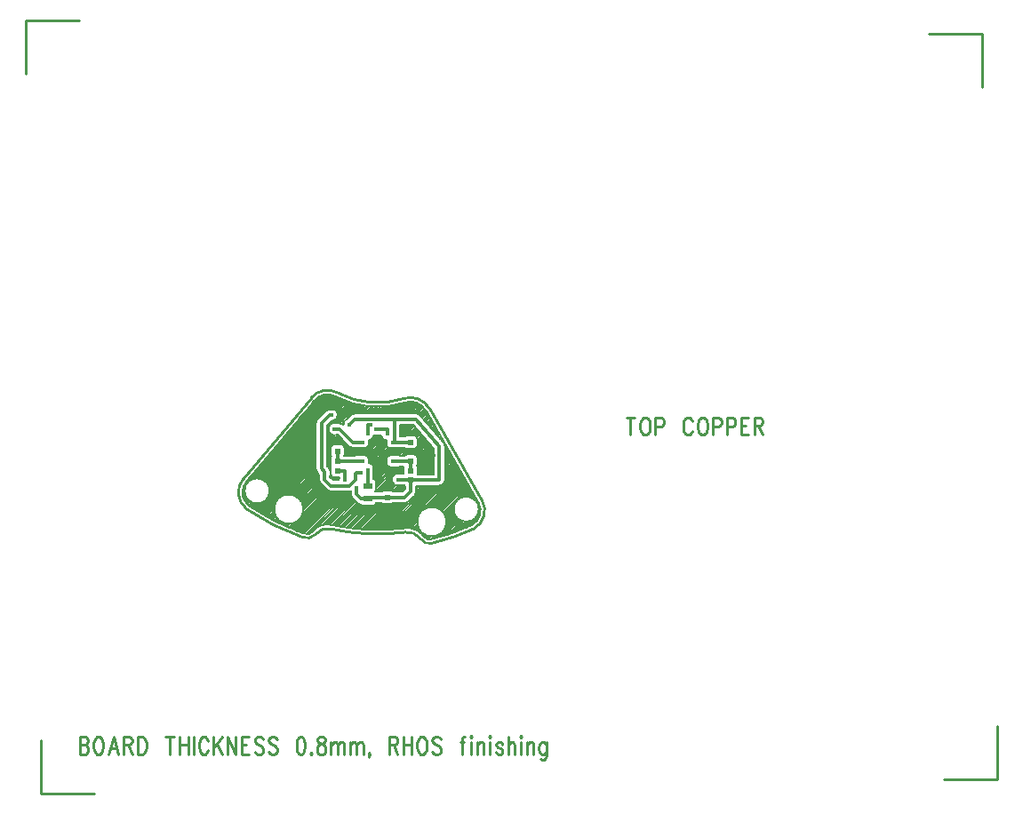
<source format=gbr>
*
*
G04 PADS 9.3 Build Number: 433611 generated Gerber (RS-274-X) file*
G04 PC Version=2.1*
*
%IN "LCORE_2.pcb"*%
*
%MOIN*%
*
%FSLAX35Y35*%
*
*
*
*
G04 PC Standard Apertures*
*
*
G04 Thermal Relief Aperture macro.*
%AMTER*
1,1,$1,0,0*
1,0,$1-$2,0,0*
21,0,$3,$4,0,0,45*
21,0,$3,$4,0,0,135*
%
*
*
G04 Annular Aperture macro.*
%AMANN*
1,1,$1,0,0*
1,0,$2,0,0*
%
*
*
G04 Odd Aperture macro.*
%AMODD*
1,1,$1,0,0*
1,0,$1-0.005,0,0*
%
*
*
G04 PC Custom Aperture Macros*
*
*
*
*
*
*
G04 PC Aperture Table*
*
%ADD010C,0.001*%
%ADD012C,0.01*%
%ADD018R,0.02165X0.02165*%
%ADD019R,0.035X0.024*%
%ADD020C,0.01181*%
%ADD021C,0.02362*%
%ADD022C,0.00709*%
%ADD027C,0.00039*%
%ADD031R,0.0315X0.01378*%
%ADD032R,0.01378X0.0315*%
%ADD033C,0.01575*%
*
*
*
*
G04 PC Circuitry*
G04 Layer Name LCORE_2.pcb - circuitry*
%LPD*%
*
*
G04 PC Custom Flashes*
G04 Layer Name LCORE_2.pcb - flashes*
%LPD*%
*
*
G04 PC Circuitry*
G04 Layer Name LCORE_2.pcb - circuitry*
%LPD*%
*
G54D10*
G54D12*
G01X2044631Y1596059D02*
Y1589496D01*
X2043040Y1596059D02*
X2046222D01*
X2049631D02*
X2049176Y1595746D01*
X2048722Y1595121*
X2048495Y1594496*
X2048267Y1593559*
Y1591996*
X2048495Y1591059*
X2048722Y1590434*
X2049176Y1589809*
X2049631Y1589496*
X2050540*
X2050995Y1589809*
X2051449Y1590434*
X2051676Y1591059*
X2051904Y1591996*
Y1593559*
X2051676Y1594496*
X2051449Y1595121*
X2050995Y1595746*
X2050540Y1596059*
X2049631*
X2053949D02*
Y1589496D01*
Y1596059D02*
X2055995D01*
X2056676Y1595746*
X2056904Y1595434*
X2057131Y1594809*
Y1593871*
X2056904Y1593246*
X2056676Y1592934*
X2055995Y1592621*
X2053949*
X2067813Y1594496D02*
X2067585Y1595121D01*
X2067131Y1595746*
X2066676Y1596059*
X2065767*
X2065313Y1595746*
X2064858Y1595121*
X2064631Y1594496*
X2064404Y1593559*
Y1591996*
X2064631Y1591059*
X2064858Y1590434*
X2065313Y1589809*
X2065767Y1589496*
X2066676*
X2067131Y1589809*
X2067585Y1590434*
X2067813Y1591059*
X2071222Y1596059D02*
X2070767Y1595746D01*
X2070313Y1595121*
X2070085Y1594496*
X2069858Y1593559*
Y1591996*
X2070085Y1591059*
X2070313Y1590434*
X2070767Y1589809*
X2071222Y1589496*
X2072131*
X2072585Y1589809*
X2073040Y1590434*
X2073267Y1591059*
X2073495Y1591996*
Y1593559*
X2073267Y1594496*
X2073040Y1595121*
X2072585Y1595746*
X2072131Y1596059*
X2071222*
X2075540D02*
Y1589496D01*
Y1596059D02*
X2077585D01*
X2078267Y1595746*
X2078495Y1595434*
X2078722Y1594809*
Y1593871*
X2078495Y1593246*
X2078267Y1592934*
X2077585Y1592621*
X2075540*
X2080767Y1596059D02*
Y1589496D01*
Y1596059D02*
X2082813D01*
X2083495Y1595746*
X2083722Y1595434*
X2083949Y1594809*
Y1593871*
X2083722Y1593246*
X2083495Y1592934*
X2082813Y1592621*
X2080767*
X2085995Y1596059D02*
Y1589496D01*
Y1596059D02*
X2088949D01*
X2085995Y1592934D02*
X2087813D01*
X2085995Y1589496D02*
X2088949D01*
X2090995Y1596059D02*
Y1589496D01*
Y1596059D02*
X2093040D01*
X2093722Y1595746*
X2093949Y1595434*
X2094176Y1594809*
Y1594184*
X2093949Y1593559*
X2093722Y1593246*
X2093040Y1592934*
X2090995*
X2092585D02*
X2094176Y1589496D01*
X1837997Y1476324D02*
Y1469761D01*
Y1476324D02*
X1840042D01*
X1840724Y1476011*
X1840951Y1475699*
X1841179Y1475074*
Y1474449*
X1840951Y1473824*
X1840724Y1473511*
X1840042Y1473199*
X1837997D02*
X1840042D01*
X1840724Y1472886*
X1840951Y1472574*
X1841179Y1471949*
Y1471011*
X1840951Y1470386*
X1840724Y1470074*
X1840042Y1469761*
X1837997*
X1844588Y1476324D02*
X1844133Y1476011D01*
X1843679Y1475386*
X1843451Y1474761*
X1843224Y1473824*
Y1472261*
X1843451Y1471324*
X1843679Y1470699*
X1844133Y1470074*
X1844588Y1469761*
X1845497*
X1845951Y1470074*
X1846406Y1470699*
X1846633Y1471324*
X1846860Y1472261*
Y1473824*
X1846633Y1474761*
X1846406Y1475386*
X1845951Y1476011*
X1845497Y1476324*
X1844588*
X1850724D02*
X1848906Y1469761D01*
X1850724Y1476324D02*
X1852542Y1469761D01*
X1849588Y1471949D02*
X1851860D01*
X1854588Y1476324D02*
Y1469761D01*
Y1476324D02*
X1856633D01*
X1857315Y1476011*
X1857542Y1475699*
X1857769Y1475074*
Y1474449*
X1857542Y1473824*
X1857315Y1473511*
X1856633Y1473199*
X1854588*
X1856179D02*
X1857769Y1469761D01*
X1859815Y1476324D02*
Y1469761D01*
Y1476324D02*
X1861406D01*
X1862088Y1476011*
X1862542Y1475386*
X1862769Y1474761*
X1862997Y1473824*
Y1472261*
X1862769Y1471324*
X1862542Y1470699*
X1862088Y1470074*
X1861406Y1469761*
X1859815*
X1871860Y1476324D02*
Y1469761D01*
X1870269Y1476324D02*
X1873451D01*
X1875497D02*
Y1469761D01*
X1878679Y1476324D02*
Y1469761D01*
X1875497Y1473199D02*
X1878679D01*
X1880724Y1476324D02*
Y1469761D01*
X1886179Y1474761D02*
X1885951Y1475386D01*
X1885497Y1476011*
X1885042Y1476324*
X1884133*
X1883679Y1476011*
X1883224Y1475386*
X1882997Y1474761*
X1882769Y1473824*
Y1472261*
X1882997Y1471324*
X1883224Y1470699*
X1883679Y1470074*
X1884133Y1469761*
X1885042*
X1885497Y1470074*
X1885951Y1470699*
X1886179Y1471324*
X1888224Y1476324D02*
Y1469761D01*
X1891406Y1476324D02*
X1888224Y1471949D01*
X1889360Y1473511D02*
X1891406Y1469761D01*
X1893451Y1476324D02*
Y1469761D01*
Y1476324D02*
X1896633Y1469761D01*
Y1476324D02*
Y1469761D01*
X1898679Y1476324D02*
Y1469761D01*
Y1476324D02*
X1901633D01*
X1898679Y1473199D02*
X1900497D01*
X1898679Y1469761D02*
X1901633D01*
X1906860Y1475386D02*
X1906406Y1476011D01*
X1905724Y1476324*
X1904815*
X1904133Y1476011*
X1903679Y1475386*
Y1474761*
X1903906Y1474136*
X1904133Y1473824*
X1904588Y1473511*
X1905951Y1472886*
X1906406Y1472574*
X1906633Y1472261*
X1906860Y1471636*
Y1470699*
X1906406Y1470074*
X1905724Y1469761*
X1904815*
X1904133Y1470074*
X1903679Y1470699*
X1912088Y1475386D02*
X1911633Y1476011D01*
X1910951Y1476324*
X1910042*
X1909360Y1476011*
X1908906Y1475386*
Y1474761*
X1909133Y1474136*
X1909360Y1473824*
X1909815Y1473511*
X1911179Y1472886*
X1911633Y1472574*
X1911860Y1472261*
X1912088Y1471636*
Y1470699*
X1911633Y1470074*
X1910951Y1469761*
X1910042*
X1909360Y1470074*
X1908906Y1470699*
X1920724Y1476324D02*
X1920042Y1476011D01*
X1919588Y1475074*
X1919360Y1473511*
Y1472574*
X1919588Y1471011*
X1920042Y1470074*
X1920724Y1469761*
X1921179*
X1921860Y1470074*
X1922315Y1471011*
X1922542Y1472574*
Y1473511*
X1922315Y1475074*
X1921860Y1476011*
X1921179Y1476324*
X1920724*
X1924815Y1470386D02*
X1924588Y1470074D01*
X1924815Y1469761*
X1925042Y1470074*
X1924815Y1470386*
X1928224Y1476324D02*
X1927542Y1476011D01*
X1927315Y1475386*
Y1474761*
X1927542Y1474136*
X1927997Y1473824*
X1928906Y1473511*
X1929588Y1473199*
X1930042Y1472574*
X1930269Y1471949*
Y1471011*
X1930042Y1470386*
X1929815Y1470074*
X1929133Y1469761*
X1928224*
X1927542Y1470074*
X1927315Y1470386*
X1927088Y1471011*
Y1471949*
X1927315Y1472574*
X1927769Y1473199*
X1928451Y1473511*
X1929360Y1473824*
X1929815Y1474136*
X1930042Y1474761*
Y1475386*
X1929815Y1476011*
X1929133Y1476324*
X1928224*
X1932315Y1474136D02*
Y1469761D01*
Y1472886D02*
X1932997Y1473824D01*
X1933451Y1474136*
X1934133*
X1934588Y1473824*
X1934815Y1472886*
Y1469761*
Y1472886D02*
X1935497Y1473824D01*
X1935951Y1474136*
X1936633*
X1937088Y1473824*
X1937315Y1472886*
Y1469761*
X1939360Y1474136D02*
Y1469761D01*
Y1472886D02*
X1940042Y1473824D01*
X1940497Y1474136*
X1941179*
X1941633Y1473824*
X1941860Y1472886*
Y1469761*
Y1472886D02*
X1942542Y1473824D01*
X1942997Y1474136*
X1943679*
X1944133Y1473824*
X1944360Y1472886*
Y1469761*
X1946860Y1470074D02*
X1946633Y1469761D01*
X1946406Y1470074*
X1946633Y1470386*
X1946860Y1470074*
Y1469449*
X1946633Y1468824*
X1946406Y1468511*
X1954133Y1476324D02*
Y1469761D01*
Y1476324D02*
X1956179D01*
X1956860Y1476011*
X1957088Y1475699*
X1957315Y1475074*
Y1474449*
X1957088Y1473824*
X1956860Y1473511*
X1956179Y1473199*
X1954133*
X1955724D02*
X1957315Y1469761D01*
X1959360Y1476324D02*
Y1469761D01*
X1962542Y1476324D02*
Y1469761D01*
X1959360Y1473199D02*
X1962542D01*
X1965951Y1476324D02*
X1965497Y1476011D01*
X1965042Y1475386*
X1964815Y1474761*
X1964588Y1473824*
Y1472261*
X1964815Y1471324*
X1965042Y1470699*
X1965497Y1470074*
X1965951Y1469761*
X1966860*
X1967315Y1470074*
X1967769Y1470699*
X1967997Y1471324*
X1968224Y1472261*
Y1473824*
X1967997Y1474761*
X1967769Y1475386*
X1967315Y1476011*
X1966860Y1476324*
X1965951*
X1973451Y1475386D02*
X1972997Y1476011D01*
X1972315Y1476324*
X1971406*
X1970724Y1476011*
X1970269Y1475386*
Y1474761*
X1970497Y1474136*
X1970724Y1473824*
X1971179Y1473511*
X1972542Y1472886*
X1972997Y1472574*
X1973224Y1472261*
X1973451Y1471636*
Y1470699*
X1972997Y1470074*
X1972315Y1469761*
X1971406*
X1970724Y1470074*
X1970269Y1470699*
X1982542Y1476324D02*
X1982088D01*
X1981633Y1476011*
X1981406Y1475074*
Y1469761*
X1980724Y1474136D02*
X1982315D01*
X1984588Y1476324D02*
X1984815Y1476011D01*
X1985042Y1476324*
X1984815Y1476636*
X1984588Y1476324*
X1984815Y1474136D02*
Y1469761D01*
X1987088Y1474136D02*
Y1469761D01*
Y1472886D02*
X1987769Y1473824D01*
X1988224Y1474136*
X1988906*
X1989360Y1473824*
X1989588Y1472886*
Y1469761*
X1991633Y1476324D02*
X1991860Y1476011D01*
X1992088Y1476324*
X1991860Y1476636*
X1991633Y1476324*
X1991860Y1474136D02*
Y1469761D01*
X1996633Y1473199D02*
X1996406Y1473824D01*
X1995724Y1474136*
X1995042*
X1994360Y1473824*
X1994133Y1473199*
X1994360Y1472574*
X1994815Y1472261*
X1995951Y1471949*
X1996406Y1471636*
X1996633Y1471011*
Y1470699*
X1996406Y1470074*
X1995724Y1469761*
X1995042*
X1994360Y1470074*
X1994133Y1470699*
X1998679Y1476324D02*
Y1469761D01*
Y1472886D02*
X1999360Y1473824D01*
X1999815Y1474136*
X2000497*
X2000951Y1473824*
X2001179Y1472886*
Y1469761*
X2003224Y1476324D02*
X2003451Y1476011D01*
X2003679Y1476324*
X2003451Y1476636*
X2003224Y1476324*
X2003451Y1474136D02*
Y1469761D01*
X2005724Y1474136D02*
Y1469761D01*
Y1472886D02*
X2006406Y1473824D01*
X2006860Y1474136*
X2007542*
X2007997Y1473824*
X2008224Y1472886*
Y1469761*
X2012997Y1474136D02*
Y1469136D01*
X2012769Y1468199*
X2012542Y1467886*
X2012088Y1467574*
X2011406*
X2010951Y1467886*
X2012997Y1473199D02*
X2012542Y1473824D01*
X2012088Y1474136*
X2011406*
X2010951Y1473824*
X2010497Y1473199*
X2010269Y1472261*
Y1471636*
X2010497Y1470699*
X2010951Y1470074*
X2011406Y1469761*
X2012088*
X2012542Y1470074*
X2012997Y1470699*
X1900788Y1561558D02*
G75*
G03X1921809Y1551031I48934J71466D01*
G01X1921827Y1551025D02*
G03X1926389Y1552091I1471J3999D01*
G01X1932249Y1554225D02*
G03X1926391Y1552092I-1336J-5442D01*
G01X1932289Y1554216D02*
G03X1960292Y1552993I17468J78795D01*
G01X1965815Y1550567D02*
G03X1960269Y1552990I-4781J-3386D01*
G01X1965819Y1550561D02*
G03X1970341Y1548880I3345J2074D01*
G01X1970380Y1548889D02*
G03X1985922Y1554286I-20514J84150D01*
G01X1985913Y1554281D02*
G03X1988944Y1564993I-3840J6872D01*
G01X1988940Y1564999D02*
X1969016Y1599606D01*
X1969018Y1599603D02*
G03X1959686Y1603148I-6910J-4135D01*
G01X1934880Y1605240D02*
G03X1959709Y1603156I14835J27784D01*
G01X1934845Y1605259D02*
G03X1924876Y1603376I-3866J-6861D01*
G01X1924879Y1603379D02*
X1899587Y1573281D01*
X1899585Y1573278D02*
G03X1900763Y1561574I5923J-5315D01*
G01X1837791Y1744944D02*
X1817791D01*
Y1724944*
X1823603Y1475056D02*
Y1455056D01*
X1843603*
X2162209Y1460312D02*
X2182209D01*
Y1480312*
X2176373Y1719944D02*
Y1739944D01*
X2156373*
G54D18*
X1962135Y1586740D03*
Y1590283D03*
X1953473Y1566071D03*
Y1569614D03*
X1934772Y1579654D03*
Y1576110D03*
Y1586937D03*
Y1583394D03*
X1962135Y1583197D03*
Y1579654D03*
Y1576110D03*
Y1572567D03*
G54D19*
X1945993Y1565639D03*
Y1570439D03*
G54D20*
X1941859Y1569614D02*
Y1567214D01*
X1943434Y1565639*
X1945993*
X1957410Y1572764D02*
X1961938D01*
X1962135Y1572567*
X1945993Y1570439D02*
Y1575705D01*
Y1565639D02*
Y1566071D01*
X1953473*
Y1569614D02*
Y1575520D01*
Y1566071D02*
X1959969D01*
X1962135Y1568236*
Y1572567*
X1972961*
Y1582016*
X1913316Y1574142D02*
X1918040Y1582409D01*
X1925127Y1578912*
X1918040Y1582409D02*
X1922764Y1590283D01*
X1925127Y1578912D02*
Y1593630D01*
X1931032Y1599535*
X1933788*
X1935166Y1598157*
Y1596976*
X1925127Y1578912D02*
Y1573945D01*
X1931623Y1567449*
X1931032Y1591661D02*
Y1588315D01*
X1932410Y1586937*
X1934772*
X1931032Y1591661D02*
Y1592843D01*
X1932607Y1594417*
X1933788*
X1935166Y1595795*
Y1596976*
X1928670Y1592843D02*
Y1593827D01*
X1931820Y1596976*
X1932607*
X1928670Y1592843D02*
Y1576898D01*
X1929851Y1575717*
Y1575323*
X1933591Y1591661D02*
X1935560D01*
X1940481Y1586728*
X1943335*
X1929851Y1575323D02*
Y1572764D01*
X1932213Y1570402*
X1939103*
X1941465Y1572764*
Y1574929*
X1941859Y1575323*
X1943434*
X1939300Y1593433D02*
X1941268Y1595402D01*
X1956032*
X1934772Y1586937D02*
X1936347D01*
X1940087Y1583197*
X1950914*
X1934772Y1576110D02*
X1937528D01*
Y1572567*
X1934772Y1583394D02*
Y1579654D01*
X1934784Y1579642*
X1943335*
X1950914Y1583197D02*
X1962135D01*
X1953473Y1575520D02*
Y1575705D01*
X1953369Y1575809D02*
Y1575624D01*
X1953473Y1575520*
X1953369Y1575809D02*
X1953473Y1575705D01*
X1950816Y1583098D02*
Y1575913D01*
X1953264*
X1953369Y1575809*
X1950914Y1583197D02*
X1950816Y1583098D01*
X1950717Y1583000*
Y1575913*
X1950816*
X1949142Y1591465D02*
X1953473D01*
Y1590665*
X1945993D02*
Y1593433D01*
X1947174*
X1956131Y1586728D02*
X1962123D01*
X1962135Y1586740*
X1956131Y1579642D02*
X1962123D01*
X1962135Y1579654*
Y1576110D02*
Y1579654D01*
Y1583197D02*
X1967056D01*
Y1582016*
X1962135Y1590283D02*
X1965284D01*
X1970205Y1584575*
Y1582016*
X1956032Y1595402D02*
X1964300D01*
X1972961Y1585165*
Y1582016*
X1956032Y1595402D02*
Y1586827D01*
X1956131Y1586728*
G54D21*
X1931623Y1567449D02*
X1934575D01*
X1967056Y1582016D02*
X1970205D01*
G54D22*
X1987695Y1561637D02*
G03X1987695I-4685J0D01*
G01X1975585Y1556942D02*
G03X1975585I-5473J0D01*
G01X1921929Y1561636D02*
G03X1921929I-5473J0D01*
G01X1909254Y1568500D02*
G03X1909254I-4685J0D01*
G01X1985220Y1555654D02*
G03X1987605Y1564241I-3147J5499D01*
G01X1967693Y1598828*
X1967693*
G03X1960157Y1601686I-5585J-3360*
G01X1960157*
X1934124Y1603904D02*
G03X1960157Y1601686I15591J29120D01*
G01X1934094Y1603920D02*
G03X1934124Y1603904I754J1337D01*
G01X1934094Y1603920D02*
G03X1926068Y1602408I-3115J-5522D01*
G01X1926054Y1602391D02*
G03X1926068Y1602408I-1175J988D01*
G01X1926054Y1602391D02*
X1900763Y1572293D01*
X1900730Y1572255D02*
G03X1900763Y1572293I-1143J1026D01*
G01X1900730Y1572255D02*
G03X1901654Y1562825I4778J-4292D01*
X1922325Y1552477I48068J70199*
G01X1922359Y1552465D02*
G03X1922325Y1552477I-529J-1441D01*
G01X1922359Y1552465D02*
G03X1925221Y1553091I939J2559D01*
G01X1932599Y1555720D02*
G03X1925221Y1553092I-1686J-6937D01*
G01X1932599Y1555720D02*
X1932599D01*
G03X1960074Y1554513I17158J77291*
G01X1967072Y1551449D02*
G03X1960074Y1554513I-6038J-4268D01*
G01X1967124Y1551372D02*
G03X1967072Y1551449I-1306J-809D01*
G01X1967124Y1551372D02*
G03X1969881Y1550345I2040J1263D01*
G01X1969976Y1550371D02*
G03X1969881Y1550345I363J-1492D01*
G01X1969976Y1550371D02*
G03X1985220Y1555654I-20110J82668D01*
G01X1935397Y1573491D02*
X1935396Y1573492*
X1933690D01*
X1932154Y1575011D02*
G03X1933690Y1573492I1536J17D01*
G01X1932154Y1575011D02*
X1931977Y1574387*
G03X1932153Y1575011I-2126J936D01*
G01X1931977Y1574387D02*
Y1573645D01*
Y1573644D02*
X1933094Y1572528D01*
X1935205*
X1935206D02*
X1935206D01*
X1935397Y1573491D02*
G03X1935206Y1572528I2131J-924D01*
G01X1987695Y1561637D02*
G03X1987695I-4685J0D01*
G01X1975585Y1556942D02*
G03X1975585I-5473J0D01*
G01X1975087Y1585165D02*
Y1582016D01*
Y1572567*
X1972961Y1570441D02*
G03X1975087Y1572567I0J2126D01*
G01X1972961Y1570441D02*
X1964344D01*
X1964261Y1570358D02*
G03X1964344Y1570441I-1044J1126D01*
G01X1964261Y1570358D02*
Y1570357*
Y1568236D01*
X1963638Y1566733D02*
G03X1964261Y1568236I-1503J1503D01*
G01X1963638Y1566733D02*
X1961472Y1564568D01*
X1959969Y1563945D02*
G03X1961472Y1564568I0J2126D01*
G01X1959969Y1563945D02*
X1955683D01*
X1954556Y1563453D02*
G03X1955682Y1563945I-0J1535D01*
G01X1954556Y1563453D02*
X1952390D01*
X1951264Y1563945D02*
G03X1952390Y1563453I1126J1043D01*
G01X1951264Y1563945D02*
X1949197D01*
X1947743Y1562904D02*
G03X1949196Y1563944I-0J1535D01*
G01X1947743Y1562904D02*
X1944243D01*
X1942983Y1563561D02*
G03X1944243Y1562904I1260J878D01*
G01X1942983Y1563561D02*
X1941930Y1564136*
G03X1942983Y1563562I1504J1503D01*
G01X1941930Y1564136D02*
X1940356Y1565711D01*
X1939733Y1567214D02*
G03X1940356Y1565711I2126J0D01*
G01X1939733Y1567214D02*
Y1568370D01*
X1939103Y1568276D02*
G03X1939732Y1568371I0J2126D01*
G01X1939103Y1568276D02*
X1932213D01*
X1930710Y1568898D02*
G03X1932213Y1568276I1503J1504D01*
G01X1930710Y1568898D02*
X1928348Y1571260D01*
X1927725Y1572764D02*
G03X1928348Y1571260I2126J-0D01*
G01X1927725Y1572764D02*
Y1574387D01*
X1927549Y1575012D02*
G03X1927725Y1574387I2302J311D01*
G01X1927549Y1575012D02*
X1927167Y1575394D01*
X1926544Y1576898D02*
G03X1927167Y1575394I2126J-0D01*
G01X1926544Y1576898D02*
Y1592843D01*
Y1593827*
X1927167Y1595330D02*
G03X1926544Y1593827I1503J-1503D01*
G01X1927167Y1595330D02*
X1930316Y1598480D01*
X1931657Y1599096D02*
G03X1930316Y1598480I163J-2120D01*
G01X1931657Y1599096D02*
X1932506Y1594656*
G03X1931657Y1599096I101J2320D01*
G01X1932506Y1594656D02*
X1932505*
X1930796Y1592946D01*
Y1592843*
Y1577779*
Y1577778D02*
X1931354Y1577220D01*
X1931770Y1576632D02*
G03X1931354Y1577220I-1919J-915D01*
G01X1931770Y1576632D02*
X1932153Y1575635*
G03X1931770Y1576632I-2302J-312D01*
G01X1932153Y1575635D02*
X1932154Y1575636*
Y1577193D01*
X1932317Y1577882D02*
G03X1932154Y1577193I1373J-689D01*
G01X1932317Y1577882D02*
X1932154Y1578571*
G03X1932317Y1577882I1536J-0D01*
G01X1932154Y1578571D02*
Y1580736D01*
X1932371Y1581523D02*
G03X1932154Y1580736I1319J-787D01*
G01X1932371Y1581523D02*
X1932154Y1582311*
G03X1932371Y1581524I1536J0D01*
G01X1932154Y1582311D02*
Y1584476D01*
X1933690Y1586012D02*
G03X1932154Y1584476I-0J-1536D01*
G01X1933690Y1586012D02*
X1935855D01*
X1937390Y1584476D02*
G03X1935855Y1586012I-1535J0D01*
G01X1937390Y1584476D02*
Y1582311D01*
X1937291Y1581769D02*
G03X1937390Y1582311I-1436J542D01*
G01X1937291Y1581769D02*
X1937292Y1581768*
X1941219D01*
X1941760Y1581866D02*
G03X1941220Y1581768I0J-1535D01*
G01X1941760Y1581866D02*
X1944910D01*
X1946446Y1580331D02*
G03X1944910Y1581866I-1536J-0D01*
G01X1946446Y1580331D02*
Y1578953D01*
X1946439Y1578816D02*
G03X1946446Y1578953I-1529J137D01*
G01X1946439Y1578816D02*
X1946439D01*
X1946440Y1578815D02*
X1946682D01*
X1948217Y1577280D02*
G03X1946682Y1578815I-1535J-0D01*
G01X1948217Y1577280D02*
Y1574130D01*
X1948119Y1573589D02*
G03X1948217Y1574130I-1437J541D01*
G01X1948119Y1573589D02*
Y1573129D01*
X1949278Y1571639D02*
G03X1948119Y1573128I-1535J0D01*
G01X1949278Y1571639D02*
Y1569239D01*
X1948871Y1568198D02*
G03X1949278Y1569239I-1128J1041D01*
G01X1948871Y1568198D02*
X1948872Y1568197*
X1951264D01*
X1952390Y1568689D02*
G03X1951264Y1568197I0J-1535D01*
G01X1952390Y1568689D02*
X1954556D01*
X1955682Y1568197D02*
G03X1954556Y1568689I-1126J-1043D01*
G01X1955682Y1568197D02*
X1955683*
X1959088D01*
X1959089D02*
X1960008Y1569117D01*
X1960009D02*
Y1570357D01*
X1959771Y1570637D02*
G03X1960008Y1570358I1281J847D01*
G01X1959771Y1570637D02*
X1959770Y1570638*
X1958346D01*
Y1574890D02*
G03Y1570638I-936J-2126D01*
G01Y1574890D02*
X1959522D01*
X1959523D02*
Y1574891D01*
X1959516Y1575028D02*
G03X1959523Y1574891I1536J-0D01*
G01X1959516Y1575028D02*
Y1577193D01*
X1959551Y1577515D02*
G03X1959516Y1577193I1501J-322D01*
G01X1959551Y1577515D02*
X1959550Y1577516*
X1958246D01*
X1957705Y1577417D02*
G03X1958246Y1577516I0J1536D01*
G01X1957705Y1577417D02*
X1954556D01*
X1953020Y1578953D02*
G03X1954556Y1577417I1536J-0D01*
G01X1953020Y1578953D02*
Y1580331D01*
X1954556Y1581866D02*
G03X1953020Y1580331I-0J-1535D01*
G01X1954556Y1581866D02*
X1957705D01*
X1958246Y1581768D02*
G03X1957705Y1581866I-541J-1437D01*
G01X1958246Y1581768D02*
X1959914D01*
X1961052Y1582272D02*
G03X1959915Y1581768I-0J-1536D01*
G01X1961052Y1582272D02*
X1963217D01*
X1964753Y1580736D02*
G03X1963217Y1582272I-1536J0D01*
G01X1964753Y1580736D02*
Y1578571D01*
X1964590Y1577882D02*
G03X1964753Y1578571I-1373J689D01*
G01X1964590Y1577882D02*
X1964753Y1577193*
G03X1964590Y1577882I-1536J-0D01*
G01X1964753Y1577193D02*
Y1575028D01*
X1964716Y1574694D02*
G03X1964753Y1575028I-1499J334D01*
G01X1964716Y1574694D02*
X1964717Y1574693*
X1970835D01*
Y1574694D02*
Y1582016D01*
Y1584386*
Y1584387D02*
X1963314Y1593275D01*
Y1593276D02*
X1958159D01*
X1958158Y1593275D02*
Y1588885D01*
X1958246Y1588854D02*
G03X1958159Y1588884I-541J-1437D01*
G01X1958246Y1588854D02*
X1959914D01*
X1961052Y1589358D02*
G03X1959915Y1588855I-0J-1535D01*
G01X1961052Y1589358D02*
X1963217D01*
X1964753Y1587823D02*
G03X1963217Y1589358I-1536J-0D01*
G01X1964753Y1587823D02*
Y1585657D01*
X1963217Y1584122D02*
G03X1964753Y1585657I0J1535D01*
G01X1963217Y1584122D02*
X1961052D01*
X1959937Y1584602D02*
G03X1961052Y1584122I1115J1055D01*
G01X1959937Y1584602D02*
X1959936*
X1958246D01*
X1957705Y1584504D02*
G03X1958246Y1584602I0J1535D01*
G01X1957705Y1584504D02*
X1954556D01*
X1953020Y1586039D02*
G03X1954556Y1584504I1536J0D01*
G01X1953020Y1586039D02*
Y1587417D01*
X1953026Y1587554D02*
G03X1953020Y1587417I1530J-137D01*
G01X1953026Y1587554D02*
X1953026D01*
Y1587555D02*
X1952784D01*
X1951249Y1589091D02*
G03X1952784Y1587555I1535J-0D01*
G01X1951249Y1589091D02*
Y1589338D01*
X1951248Y1589339D02*
X1950078D01*
X1948218Y1589333D02*
G03X1950078Y1589339I924J2132D01*
G01X1948218Y1589333D02*
X1948217*
Y1589091D01*
X1946682Y1587555D02*
G03X1948217Y1589091I-0J1536D01*
G01X1946682Y1587555D02*
X1946440D01*
X1946439Y1587554D02*
X1946439D01*
X1946446Y1587417D02*
G03X1946439Y1587554I-1536J0D01*
G01X1946446Y1587417D02*
Y1586039D01*
X1944910Y1584504D02*
G03X1946446Y1586039I0J1535D01*
G01X1944910Y1584504D02*
X1941760D01*
X1941220Y1584602D02*
G03X1941760Y1584504I540J1437D01*
G01X1941220Y1584602D02*
X1941219*
X1940481D01*
X1938976Y1585227D02*
G03X1940481Y1584602I1505J1501D01*
G01X1938976Y1585227D02*
X1934678Y1589535D01*
X1934677D02*
X1934527D01*
Y1593787D02*
G03Y1589535I-936J-2126D01*
G01Y1593787D02*
X1935560D01*
X1936984Y1593240D02*
G03X1935560Y1593787I-1424J-1579D01*
G01X1936984Y1593240D02*
X1936985*
Y1593241D01*
X1938458Y1595598D02*
G03X1936985Y1593241I842J-2165D01*
G01X1938458Y1595598D02*
X1939765Y1596905D01*
X1941268Y1597528D02*
G03X1939765Y1596905I0J-2126D01*
G01X1941268Y1597528D02*
X1956032D01*
X1964300*
X1965923Y1596775D02*
G03X1964300Y1597528I-1623J-1373D01*
G01X1965923Y1596775D02*
X1974584Y1586539D01*
X1975087Y1585165D02*
G03X1974584Y1586539I-2126J0D01*
G01X1921929Y1561636D02*
G03X1921929I-5473J0D01*
G01X1909254Y1568500D02*
G03X1909254I-4685J0D01*
G01X1935118Y1572528D02*
X1935206Y1572616D01*
X1934216Y1572528D02*
X1935180Y1573492D01*
X1933314Y1572528D02*
X1934278Y1573492D01*
X1932753Y1572869D02*
X1933403Y1573519D01*
X1932302Y1573320D02*
X1932776Y1573794D01*
X1931977Y1573897D02*
X1932353Y1574272D01*
X1932147Y1574968D02*
X1932155Y1574977D01*
X1987310Y1559778D02*
X1988402Y1560870D01*
X1987655Y1561024D02*
X1988380Y1561750D01*
X1983195Y1554760D02*
X1988270Y1559835D01*
X1987684Y1561956D02*
X1988257Y1562529D01*
X1987564Y1562737D02*
X1988058Y1563231D01*
X1984800Y1555463D02*
X1987818Y1558481D01*
X1987343Y1563418D02*
X1987796Y1563871D01*
X1987043Y1564021D02*
X1987480Y1564457D01*
X1986676Y1564555D02*
X1987151Y1565030D01*
X1986245Y1565026D02*
X1986821Y1565602D01*
X1985752Y1565436D02*
X1986492Y1566175D01*
X1985196Y1565781D02*
X1986162Y1566747D01*
X1984568Y1566055D02*
X1985832Y1567320D01*
X1983856Y1566245D02*
X1985503Y1567892D01*
X1983031Y1566322D02*
X1985173Y1568464D01*
X1981655Y1554122D02*
X1984870Y1557337D01*
X1982024Y1566217D02*
X1984844Y1569037D01*
X1980495Y1565590D02*
X1984514Y1569609D01*
X1974376Y1560373D02*
X1984185Y1570182D01*
X1973947Y1560846D02*
X1983855Y1570754D01*
X1980171Y1553541D02*
X1983623Y1556992D01*
X1973466Y1561267D02*
X1983526Y1571327D01*
X1972930Y1561633D02*
X1983196Y1571899D01*
X1972337Y1561942D02*
X1982866Y1572471D01*
X1978737Y1553009D02*
X1982692Y1556963D01*
X1971679Y1562186D02*
X1982537Y1573044D01*
X1970942Y1562351D02*
X1982207Y1573616D01*
X1977348Y1552521D02*
X1981910Y1557083D01*
X1970104Y1562415D02*
X1981878Y1574189D01*
X1969109Y1562322D02*
X1981548Y1574761D01*
X1975997Y1552073D02*
X1981229Y1557304D01*
X1967776Y1561891D02*
X1981219Y1575334D01*
X1959412Y1554429D02*
X1980889Y1575906D01*
X1974683Y1551660D02*
X1980626Y1557604D01*
X1958392Y1554310D02*
X1980560Y1576478D01*
X1974920Y1571741D02*
X1980230Y1577051D01*
X1973401Y1551280D02*
X1980092Y1557972D01*
X1975087Y1572810D02*
X1979901Y1577623D01*
X1972149Y1550930D02*
X1979621Y1558402D01*
X1975087Y1573712D02*
X1979571Y1578196D01*
X1975087Y1574614D02*
X1979241Y1578768D01*
X1975170Y1554854D02*
X1979211Y1558895D01*
X1974751Y1559846D02*
X1979057Y1564152D01*
X1975087Y1575516D02*
X1978912Y1579341D01*
X1975520Y1556105D02*
X1978866Y1559451D01*
X1975583Y1557070D02*
X1978592Y1560079D01*
X1975087Y1576418D02*
X1978582Y1579913D01*
X1975069Y1559262D02*
X1978430Y1562623D01*
X1975502Y1557891D02*
X1978402Y1560791D01*
X1975323Y1558614D02*
X1978325Y1561616D01*
X1975087Y1577320D02*
X1978253Y1580485D01*
X1975087Y1578222D02*
X1977923Y1581058D01*
X1975087Y1579124D02*
X1977594Y1581630D01*
X1975087Y1580026D02*
X1977264Y1582203D01*
X1975087Y1580928D02*
X1976935Y1582775D01*
X1975087Y1581830D02*
X1976605Y1583347D01*
X1975087Y1582732D02*
X1976275Y1583920D01*
X1975087Y1583634D02*
X1975946Y1584492D01*
X1975087Y1584536D02*
X1975616Y1585065D01*
X1975072Y1585422D02*
X1975287Y1585637D01*
X1974863Y1586116D02*
X1974957Y1586210D01*
X1974493Y1586647D02*
X1974628Y1586782D01*
X1974079Y1587136D02*
X1974298Y1587354D01*
X1973666Y1587624D02*
X1973969Y1587927D01*
X1957386Y1554207D02*
X1973787Y1570608D01*
X1973252Y1588113D02*
X1973639Y1588499D01*
X1972839Y1588601D02*
X1973310Y1589072D01*
X1972426Y1589090D02*
X1972980Y1589644D01*
X1956394Y1554117D02*
X1972718Y1570441D01*
X1972012Y1589578D02*
X1972650Y1590217D01*
X1971599Y1590067D02*
X1972321Y1590789D01*
X1970924Y1550608D02*
X1972201Y1551884D01*
X1971185Y1590556D02*
X1971991Y1591361D01*
X1955416Y1554041D02*
X1971816Y1570441D01*
X1970772Y1591044D02*
X1971662Y1591934D01*
X1970359Y1591533D02*
X1971332Y1592506D01*
X1969945Y1592021D02*
X1971003Y1593079D01*
X1969714Y1550299D02*
X1970949Y1551534D01*
X1954451Y1553977D02*
X1970914Y1570441D01*
X1964661Y1577717D02*
X1970835Y1583892D01*
X1964753Y1576907D02*
X1970835Y1582990D01*
X1964753Y1576005D02*
X1970835Y1582088D01*
X1964753Y1575103D02*
X1970835Y1581186D01*
X1965245Y1574693D02*
X1970835Y1580284D01*
X1966146Y1574693D02*
X1970835Y1579382D01*
X1967048Y1574693D02*
X1970835Y1578480D01*
X1967950Y1574693D02*
X1970835Y1577578D01*
X1968852Y1574693D02*
X1970835Y1576676D01*
X1969754Y1574693D02*
X1970835Y1575774D01*
X1970656Y1574693D02*
X1970835Y1574872D01*
X1969532Y1592510D02*
X1970673Y1593651D01*
X1964753Y1578711D02*
X1970649Y1584607D01*
X1969118Y1592998D02*
X1970344Y1594224D01*
X1964753Y1579613D02*
X1970235Y1585096D01*
X1968705Y1593487D02*
X1970014Y1594796D01*
X1953498Y1553927D02*
X1970012Y1570441D01*
X1968779Y1550266D02*
X1969984Y1551471D01*
X1964753Y1580515D02*
X1969822Y1585584D01*
X1968292Y1593976D02*
X1969684Y1595368D01*
X1964643Y1581307D02*
X1969409Y1586073D01*
X1967878Y1594464D02*
X1969355Y1595941D01*
X1968097Y1550486D02*
X1969164Y1551553D01*
X1952557Y1553888D02*
X1969110Y1570441D01*
X1967465Y1594953D02*
X1969025Y1596513D01*
X1964279Y1581845D02*
X1968995Y1586561D01*
X1967051Y1595441D02*
X1968696Y1597086D01*
X1963719Y1582187D02*
X1968582Y1587050D01*
X1967559Y1550850D02*
X1968440Y1551731D01*
X1966638Y1595930D02*
X1968366Y1597658D01*
X1951628Y1553860D02*
X1968208Y1570441D01*
X1962902Y1582272D02*
X1968168Y1587538D01*
X1966224Y1596418D02*
X1968037Y1598231D01*
X1967145Y1551338D02*
X1967793Y1551986D01*
X1964361Y1584633D02*
X1967755Y1588027D01*
X1965806Y1596902D02*
X1967707Y1598803D01*
X1965287Y1597285D02*
X1967347Y1599345D01*
X1964753Y1585927D02*
X1967341Y1588516D01*
X1963861Y1566996D02*
X1967306Y1570441D01*
X1966762Y1551857D02*
X1967209Y1552304D01*
X1964606Y1597505D02*
X1966941Y1599841D01*
X1964753Y1586829D02*
X1966928Y1589004D01*
X1966337Y1552334D02*
X1966682Y1552679D01*
X1964753Y1587731D02*
X1966515Y1589493D01*
X1963726Y1597528D02*
X1966490Y1600292D01*
X1964261Y1568297D02*
X1966404Y1570441D01*
X1965873Y1552772D02*
X1966208Y1553107D01*
X1964603Y1588483D02*
X1966101Y1589981D01*
X1962824Y1597528D02*
X1965995Y1600699D01*
X1965370Y1553171D02*
X1965788Y1553589D01*
X1964211Y1588993D02*
X1965688Y1590470D01*
X1964261Y1569199D02*
X1965502Y1570441D01*
X1961922Y1597528D02*
X1965455Y1601060D01*
X1964826Y1553529D02*
X1965421Y1554124D01*
X1963620Y1589304D02*
X1965274Y1590958D01*
X1960437Y1554552D02*
X1965163Y1559278D01*
X1964240Y1553845D02*
X1965112Y1554717D01*
X1963607Y1554114D02*
X1964869Y1555376D01*
X1961020Y1597528D02*
X1964866Y1601373D01*
X1962772Y1589358D02*
X1964861Y1591447D01*
X1961356Y1554569D02*
X1964732Y1557945D01*
X1962922Y1554331D02*
X1964703Y1556112D01*
X1962176Y1554487D02*
X1964640Y1556951D01*
X1964261Y1570101D02*
X1964600Y1570441D01*
X1961870Y1589358D02*
X1964448Y1591936D01*
X1962000Y1582272D02*
X1964241Y1584514D01*
X1960118Y1597528D02*
X1964223Y1601633D01*
X1960966Y1589356D02*
X1964034Y1592424D01*
X1959562Y1588854D02*
X1963621Y1592913D01*
X1959216Y1597528D02*
X1963519Y1601831D01*
X1958660Y1588854D02*
X1963082Y1593276D01*
X1961098Y1582272D02*
X1962948Y1584122D01*
X1958314Y1597528D02*
X1962741Y1601955D01*
X1958158Y1589254D02*
X1962180Y1593276D01*
X1959692Y1581768D02*
X1962046Y1584122D01*
X1957412Y1597528D02*
X1961865Y1601981D01*
X1958158Y1590156D02*
X1961278Y1593276D01*
X1950709Y1553844D02*
X1961210Y1564344D01*
X1958790Y1581768D02*
X1961144Y1584122D01*
X1956510Y1597528D02*
X1960844Y1601862D01*
X1957964Y1581844D02*
X1960391Y1584271D01*
X1958158Y1591058D02*
X1960376Y1593276D01*
X1958748Y1568197D02*
X1960009Y1569457D01*
X1957846Y1568197D02*
X1960008Y1570358D01*
X1949802Y1553838D02*
X1959908Y1563945D01*
X1957084Y1581866D02*
X1959820Y1584602D01*
X1955608Y1597528D02*
X1959581Y1601500D01*
X1957518Y1575084D02*
X1959516Y1577083D01*
X1958261Y1574925D02*
X1959516Y1576181D01*
X1959128Y1574890D02*
X1959516Y1575279D01*
X1958158Y1591960D02*
X1959474Y1593276D01*
X1956945Y1568197D02*
X1959385Y1570638D01*
X1956375Y1574843D02*
X1959048Y1577516D01*
X1948904Y1553843D02*
X1959006Y1563945D01*
X1956182Y1581866D02*
X1958918Y1584602D01*
X1958158Y1592862D02*
X1958572Y1593276D01*
X1956043Y1568197D02*
X1958483Y1570638D01*
X1954706Y1597528D02*
X1958308Y1601130D01*
X1948017Y1553857D02*
X1958104Y1563945D01*
X1949026Y1568396D02*
X1958098Y1577468D01*
X1955280Y1581866D02*
X1957935Y1584521D01*
X1955388Y1568444D02*
X1957385Y1570441D01*
X1947139Y1553881D02*
X1957202Y1563945D01*
X1949278Y1569550D02*
X1957145Y1577417D01*
X1953804Y1597528D02*
X1957107Y1600830D01*
X1954367Y1581854D02*
X1957016Y1584504D01*
X1954722Y1568680D02*
X1956621Y1570579D01*
X1946271Y1553915D02*
X1956300Y1563945D01*
X1949278Y1570452D02*
X1956243Y1577417D01*
X1948217Y1576607D02*
X1956114Y1584504D01*
X1953829Y1568689D02*
X1956033Y1570893D01*
X1952902Y1597528D02*
X1955963Y1600589D01*
X1952927Y1568689D02*
X1955576Y1571338D01*
X1949278Y1571354D02*
X1955341Y1577417D01*
X1949729Y1568197D02*
X1955331Y1573799D01*
X1951965Y1568629D02*
X1955249Y1571913D01*
X1948202Y1577494D02*
X1955212Y1584504D01*
X1950631Y1568197D02*
X1955090Y1572656D01*
X1945411Y1553958D02*
X1954961Y1563507D01*
X1952000Y1597528D02*
X1954870Y1600397D01*
X1949186Y1572164D02*
X1954443Y1577421D01*
X1947950Y1578144D02*
X1954327Y1584521D01*
X1944560Y1554009D02*
X1954004Y1563453D01*
X1951098Y1597528D02*
X1953819Y1600248D01*
X1948837Y1572717D02*
X1953760Y1577640D01*
X1947489Y1578585D02*
X1953681Y1584777D01*
X1948291Y1573073D02*
X1953295Y1578077D01*
X1946812Y1578809D02*
X1953244Y1585242D01*
X1943718Y1554069D02*
X1953102Y1563453D01*
X1948197Y1573881D02*
X1953038Y1578722D01*
X1948217Y1575705D02*
X1953032Y1580520D01*
X1946446Y1579345D02*
X1953025Y1585924D01*
X1946446Y1580247D02*
X1953020Y1586822D01*
X1948217Y1574803D02*
X1953020Y1579606D01*
X1946293Y1580997D02*
X1952851Y1587555D01*
X1950196Y1597528D02*
X1952806Y1600137D01*
X1942885Y1554137D02*
X1952211Y1563463D01*
X1945899Y1581505D02*
X1952107Y1587713D01*
X1949294Y1597528D02*
X1951827Y1600060D01*
X1945306Y1581814D02*
X1951602Y1588110D01*
X1942059Y1554213D02*
X1951549Y1563704D01*
X1944456Y1581866D02*
X1951297Y1588707D01*
X1943554Y1581866D02*
X1951027Y1589339D01*
X1941241Y1554298D02*
X1950889Y1563945D01*
X1948392Y1597528D02*
X1950878Y1600013D01*
X1946379Y1585593D02*
X1950125Y1589339D01*
X1940431Y1554389D02*
X1949987Y1563945D01*
X1947490Y1597528D02*
X1949956Y1599993D01*
X1946588Y1597528D02*
X1949060Y1599999D01*
X1946446Y1586561D02*
X1949029Y1589144D01*
X1948217Y1589235D02*
X1948287Y1589305D01*
X1945686Y1597528D02*
X1948187Y1600028D01*
X1939628Y1554489D02*
X1948081Y1562942D01*
X1944784Y1597528D02*
X1947335Y1600078D01*
X1938833Y1554595D02*
X1947142Y1562904D01*
X1946445Y1587462D02*
X1946538Y1587555D01*
X1943882Y1597528D02*
X1946504Y1600149D01*
X1938045Y1554709D02*
X1946240Y1562904D01*
X1942980Y1597528D02*
X1945691Y1600238D01*
X1942653Y1581866D02*
X1945357Y1584570D01*
X1937264Y1554830D02*
X1945338Y1562904D01*
X1942078Y1597528D02*
X1944897Y1600346D01*
X1936490Y1554958D02*
X1944436Y1562904D01*
X1941751Y1581866D02*
X1944388Y1584504D01*
X1941174Y1597525D02*
X1944119Y1600470D01*
X1935722Y1555092D02*
X1943652Y1563022D01*
X1940750Y1581768D02*
X1943486Y1584504D01*
X1938254Y1595507D02*
X1943357Y1600610D01*
X1934961Y1555233D02*
X1943120Y1563392D01*
X1935631Y1593786D02*
X1942610Y1600766D01*
X1939848Y1581768D02*
X1942584Y1584504D01*
X1934206Y1555380D02*
X1942537Y1563712D01*
X1933458Y1555534D02*
X1941997Y1564073D01*
X1934730Y1593787D02*
X1941878Y1600935D01*
X1938946Y1581768D02*
X1941684Y1584506D01*
X1932716Y1555694D02*
X1941544Y1564522D01*
X1933991Y1593950D02*
X1941160Y1601119D01*
X1931964Y1555844D02*
X1941093Y1564973D01*
X1938044Y1581768D02*
X1940879Y1584602D01*
X1931136Y1555918D02*
X1940642Y1565424D01*
X1933062Y1593923D02*
X1940456Y1601317D01*
X1930202Y1555886D02*
X1940200Y1565884D01*
X1937354Y1581980D02*
X1940026Y1584652D01*
X1929103Y1555688D02*
X1939872Y1566458D01*
X1934910Y1596673D02*
X1939764Y1601527D01*
X1924000Y1552390D02*
X1939733Y1568123D01*
X1927639Y1555127D02*
X1939733Y1567221D01*
X1937390Y1582918D02*
X1939381Y1584909D01*
X1934863Y1597528D02*
X1939085Y1601750D01*
X1923020Y1552312D02*
X1938984Y1568276D01*
X1937390Y1583820D02*
X1938887Y1585316D01*
X1937373Y1584705D02*
X1938436Y1585768D01*
X1934601Y1598168D02*
X1938417Y1601984D01*
X1922294Y1552488D02*
X1938082Y1568276D01*
X1937117Y1585351D02*
X1937986Y1586219D01*
X1934199Y1598668D02*
X1937762Y1602231D01*
X1936653Y1585788D02*
X1937535Y1586671D01*
X1936373Y1593626D02*
X1937226Y1594479D01*
X1921623Y1552719D02*
X1937180Y1568276D01*
X1933670Y1599041D02*
X1937118Y1602489D01*
X1935970Y1586008D02*
X1937085Y1587122D01*
X1936933Y1593284D02*
X1936979Y1593330D01*
X1935072Y1586012D02*
X1936634Y1587574D01*
X1932994Y1599267D02*
X1936485Y1602758D01*
X1920957Y1552955D02*
X1936278Y1568276D01*
X1934171Y1586012D02*
X1936184Y1588025D01*
X1932059Y1599234D02*
X1935862Y1603037D01*
X1933182Y1585926D02*
X1935734Y1588477D01*
X1920296Y1553196D02*
X1935376Y1568276D01*
X1930796Y1584441D02*
X1935283Y1588928D01*
X1930718Y1598795D02*
X1935251Y1603328D01*
X1930796Y1585343D02*
X1934833Y1589380D01*
X1904191Y1573170D02*
X1934649Y1603628D01*
X1919639Y1553441D02*
X1934474Y1568276D01*
X1903051Y1572932D02*
X1934059Y1603940D01*
X1930796Y1586245D02*
X1933912Y1589361D01*
X1918987Y1553691D02*
X1933572Y1568276D01*
X1899531Y1570314D02*
X1933453Y1604235D01*
X1930796Y1587147D02*
X1933051Y1589402D01*
X1930796Y1592559D02*
X1932910Y1594673D01*
X1901576Y1573261D02*
X1932789Y1604474D01*
X1918339Y1553945D02*
X1932670Y1568276D01*
X1930796Y1588049D02*
X1932409Y1589662D01*
X1930796Y1579931D02*
X1932349Y1581484D01*
X1931514Y1577041D02*
X1932285Y1577812D01*
X1930796Y1583539D02*
X1932240Y1584984D01*
X1930796Y1580833D02*
X1932159Y1582196D01*
X1930796Y1582637D02*
X1932154Y1583995D01*
X1930796Y1581735D02*
X1932154Y1583094D01*
X1930796Y1579029D02*
X1932154Y1580388D01*
X1930796Y1578127D02*
X1932154Y1579486D01*
X1931072Y1577502D02*
X1932154Y1578584D01*
X1931861Y1576487D02*
X1932154Y1576780D01*
X1932116Y1575839D02*
X1932154Y1575878D01*
X1906322Y1578908D02*
X1932059Y1604645D01*
X1930796Y1588951D02*
X1931907Y1590062D01*
X1917696Y1554203D02*
X1931807Y1568315D01*
X1930796Y1589853D02*
X1931531Y1590588D01*
X1930796Y1591657D02*
X1931329Y1592190D01*
X1930796Y1590755D02*
X1931303Y1591262D01*
X1911067Y1584556D02*
X1931244Y1604733D01*
X1917056Y1554466D02*
X1931151Y1568560D01*
X1921673Y1559985D02*
X1930648Y1568960D01*
X1915813Y1590203D02*
X1930312Y1604703D01*
X1921904Y1561117D02*
X1930197Y1569411D01*
X1921914Y1562030D02*
X1929746Y1569862D01*
X1921800Y1562817D02*
X1929295Y1570313D01*
X1920558Y1595851D02*
X1929187Y1604480D01*
X1921596Y1563515D02*
X1928844Y1570764D01*
X1921321Y1564143D02*
X1928393Y1571215D01*
X1920985Y1564708D02*
X1927998Y1571722D01*
X1920593Y1565219D02*
X1927759Y1572385D01*
X1919650Y1566080D02*
X1927725Y1574155D01*
X1920148Y1565676D02*
X1927725Y1573253D01*
X1919098Y1566429D02*
X1927567Y1574899D01*
X1925304Y1601498D02*
X1927511Y1603706D01*
X1918485Y1566719D02*
X1927164Y1575397D01*
X1905080Y1573157D02*
X1926852Y1594929D01*
X1917805Y1566940D02*
X1926783Y1575918D01*
X1917040Y1567078D02*
X1926565Y1576602D01*
X1905836Y1573011D02*
X1926544Y1593719D01*
X1906497Y1572770D02*
X1926544Y1592817D01*
X1907083Y1572454D02*
X1926544Y1591915D01*
X1907602Y1572071D02*
X1926544Y1591013D01*
X1908059Y1571626D02*
X1926544Y1590111D01*
X1908454Y1571119D02*
X1926544Y1589209D01*
X1908784Y1570547D02*
X1926544Y1588307D01*
X1909040Y1569901D02*
X1926544Y1587405D01*
X1909207Y1569166D02*
X1926544Y1586503D01*
X1909251Y1568308D02*
X1926544Y1585601D01*
X1909081Y1567236D02*
X1926544Y1584699D01*
X1904013Y1561267D02*
X1926544Y1583797D01*
X1904566Y1560917D02*
X1926544Y1582895D01*
X1905123Y1560572D02*
X1926544Y1581993D01*
X1905683Y1560230D02*
X1926544Y1581091D01*
X1906247Y1559892D02*
X1926544Y1580189D01*
X1913496Y1566239D02*
X1926544Y1579287D01*
X1915096Y1566937D02*
X1926544Y1578385D01*
X1916162Y1567101D02*
X1926544Y1577483D01*
X1916421Y1554733D02*
X1918107Y1556419D01*
X1915791Y1555004D02*
X1916975Y1556189D01*
X1915164Y1555280D02*
X1916063Y1556178D01*
X1914542Y1555559D02*
X1915275Y1556293D01*
X1913924Y1555843D02*
X1914577Y1556497D01*
X1913309Y1556131D02*
X1913950Y1556772D01*
X1912699Y1556423D02*
X1913384Y1557108D01*
X1912093Y1556719D02*
X1912874Y1557499D01*
X1911491Y1557019D02*
X1912417Y1557944D01*
X1910893Y1557323D02*
X1912013Y1558442D01*
X1906814Y1559558D02*
X1911853Y1564596D01*
X1910299Y1557630D02*
X1911663Y1558995D01*
X1909708Y1557942D02*
X1911374Y1559607D01*
X1907386Y1559227D02*
X1911155Y1562997D01*
X1909122Y1558257D02*
X1911152Y1560288D01*
X1908539Y1558577D02*
X1911015Y1561052D01*
X1907961Y1558900D02*
X1910992Y1561931D01*
X1903464Y1561619D02*
X1905833Y1563988D01*
X1902919Y1561976D02*
X1904762Y1563819D01*
X1902377Y1562336D02*
X1903903Y1563862D01*
X1901838Y1562699D02*
X1903168Y1564029D01*
X1901326Y1563089D02*
X1902523Y1564286D01*
X1900863Y1563528D02*
X1901950Y1564615D01*
X1900445Y1564012D02*
X1901443Y1565010D01*
X1900073Y1564542D02*
X1900998Y1565467D01*
X1899749Y1565120D02*
X1900616Y1565987D01*
X1899478Y1565751D02*
X1900299Y1566572D01*
X1899180Y1569061D02*
X1900137Y1570018D01*
X1899268Y1566443D02*
X1900059Y1567234D01*
X1899130Y1567207D02*
X1899912Y1567989D01*
X1899086Y1568065D02*
X1899900Y1568879D01*
G54D27*
X1917017Y1573638D02*
X1925475Y1587174D01*
X1919063Y1591180*
X1910605Y1577645*
X1917017Y1573638*
X1917017D02*
X1917017D01*
X1916954Y1573678D02*
X1917042D01*
X1916891Y1573717D02*
X1917066D01*
X1916828Y1573757D02*
X1917091D01*
X1916765Y1573796D02*
X1917115D01*
X1916702Y1573835D02*
X1917140D01*
X1916639Y1573875D02*
X1917165D01*
X1916576Y1573914D02*
X1917189D01*
X1916513Y1573953D02*
X1917214D01*
X1916450Y1573993D02*
X1917238D01*
X1916387Y1574032D02*
X1917263D01*
X1916324Y1574072D02*
X1917288D01*
X1916261Y1574111D02*
X1917312D01*
X1916198Y1574150D02*
X1917337D01*
X1916135Y1574190D02*
X1917361D01*
X1916072Y1574229D02*
X1917386D01*
X1916009Y1574268D02*
X1917411D01*
X1915946Y1574308D02*
X1917435D01*
X1915883Y1574347D02*
X1917460D01*
X1915820Y1574387D02*
X1917484D01*
X1915757Y1574426D02*
X1917509D01*
X1915694Y1574465D02*
X1917534D01*
X1915631Y1574505D02*
X1917558D01*
X1915568Y1574544D02*
X1917583D01*
X1915505Y1574583D02*
X1917607D01*
X1915442Y1574623D02*
X1917632D01*
X1915379Y1574662D02*
X1917657D01*
X1915316Y1574701D02*
X1917681D01*
X1915253Y1574741D02*
X1917706D01*
X1915190Y1574780D02*
X1917730D01*
X1915127Y1574820D02*
X1917755D01*
X1915064Y1574859D02*
X1917780D01*
X1915001Y1574898D02*
X1917804D01*
X1914938Y1574938D02*
X1917829D01*
X1914875Y1574977D02*
X1917853D01*
X1914812Y1575016D02*
X1917878D01*
X1914749Y1575056D02*
X1917903D01*
X1914686Y1575095D02*
X1917927D01*
X1914623Y1575135D02*
X1917952D01*
X1914560Y1575174D02*
X1917976D01*
X1914497Y1575213D02*
X1918001D01*
X1914434Y1575253D02*
X1918026D01*
X1914371Y1575292D02*
X1918050D01*
X1914308Y1575331D02*
X1918075D01*
X1914245Y1575371D02*
X1918099D01*
X1914182Y1575410D02*
X1918124D01*
X1914119Y1575450D02*
X1918149D01*
X1914056Y1575489D02*
X1918173D01*
X1913993Y1575528D02*
X1918198D01*
X1913930Y1575568D02*
X1918222D01*
X1913867Y1575607D02*
X1918247D01*
X1913804Y1575646D02*
X1918272D01*
X1913741Y1575686D02*
X1918296D01*
X1913678Y1575725D02*
X1918321D01*
X1913615Y1575764D02*
X1918345D01*
X1913552Y1575804D02*
X1918370D01*
X1913489Y1575843D02*
X1918395D01*
X1913426Y1575883D02*
X1918419D01*
X1913363Y1575922D02*
X1918444D01*
X1913300Y1575961D02*
X1918468D01*
X1913237Y1576001D02*
X1918493D01*
X1913174Y1576040D02*
X1918518D01*
X1913111Y1576079D02*
X1918542D01*
X1913048Y1576119D02*
X1918567D01*
X1912985Y1576158D02*
X1918591D01*
X1912922Y1576198D02*
X1918616D01*
X1912859Y1576237D02*
X1918641D01*
X1912796Y1576276D02*
X1918665D01*
X1912733Y1576316D02*
X1918690D01*
X1912670Y1576355D02*
X1918714D01*
X1912607Y1576394D02*
X1918739D01*
X1912544Y1576434D02*
X1918764D01*
X1912481Y1576473D02*
X1918788D01*
X1912418Y1576513D02*
X1918813D01*
X1912355Y1576552D02*
X1918837D01*
X1912292Y1576591D02*
X1918862D01*
X1912229Y1576631D02*
X1918887D01*
X1912166Y1576670D02*
X1918911D01*
X1912103Y1576709D02*
X1918936D01*
X1912040Y1576749D02*
X1918960D01*
X1911977Y1576788D02*
X1918985D01*
X1911914Y1576827D02*
X1919010D01*
X1911851Y1576867D02*
X1919034D01*
X1911788Y1576906D02*
X1919059D01*
X1911725Y1576946D02*
X1919083D01*
X1911662Y1576985D02*
X1919108D01*
X1911599Y1577024D02*
X1919133D01*
X1911536Y1577064D02*
X1919157D01*
X1911473Y1577103D02*
X1919182D01*
X1911410Y1577142D02*
X1919206D01*
X1911347Y1577182D02*
X1919231D01*
X1911284Y1577221D02*
X1919256D01*
X1911220Y1577261D02*
X1919280D01*
X1911157Y1577300D02*
X1919305D01*
X1911094Y1577339D02*
X1919330D01*
X1911031Y1577379D02*
X1919354D01*
X1910968Y1577418D02*
X1919379D01*
X1910905Y1577457D02*
X1919403D01*
X1910842Y1577497D02*
X1919428D01*
X1910779Y1577536D02*
X1919453D01*
X1910716Y1577576D02*
X1919477D01*
X1910653Y1577615D02*
X1919502D01*
X1910611Y1577654D02*
X1919526D01*
X1910636Y1577694D02*
X1919551D01*
X1910660Y1577733D02*
X1919576D01*
X1910685Y1577772D02*
X1919600D01*
X1910709Y1577812D02*
X1919625D01*
X1910734Y1577851D02*
X1919649D01*
X1910759Y1577890D02*
X1919674D01*
X1910783Y1577930D02*
X1919699D01*
X1910808Y1577969D02*
X1919723D01*
X1910832Y1578009D02*
X1919748D01*
X1910857Y1578048D02*
X1919772D01*
X1910882Y1578087D02*
X1919797D01*
X1910906Y1578127D02*
X1919822D01*
X1910931Y1578166D02*
X1919846D01*
X1910955Y1578205D02*
X1919871D01*
X1910980Y1578245D02*
X1919895D01*
X1911005Y1578284D02*
X1919920D01*
X1911029Y1578324D02*
X1919945D01*
X1911054Y1578363D02*
X1919969D01*
X1911078Y1578402D02*
X1919994D01*
X1911103Y1578442D02*
X1920018D01*
X1911128Y1578481D02*
X1920043D01*
X1911152Y1578520D02*
X1920068D01*
X1911177Y1578560D02*
X1920092D01*
X1911201Y1578599D02*
X1920117D01*
X1911226Y1578638D02*
X1920141D01*
X1911251Y1578678D02*
X1920166D01*
X1911275Y1578717D02*
X1920191D01*
X1911300Y1578757D02*
X1920215D01*
X1911324Y1578796D02*
X1920240D01*
X1911349Y1578835D02*
X1920264D01*
X1911374Y1578875D02*
X1920289D01*
X1911398Y1578914D02*
X1920314D01*
X1911423Y1578953D02*
X1920338D01*
X1911447Y1578993D02*
X1920363D01*
X1911472Y1579032D02*
X1920387D01*
X1911497Y1579072D02*
X1920412D01*
X1911521Y1579111D02*
X1920437D01*
X1911546Y1579150D02*
X1920461D01*
X1911570Y1579190D02*
X1920486D01*
X1911595Y1579229D02*
X1920510D01*
X1911620Y1579268D02*
X1920535D01*
X1911644Y1579308D02*
X1920560D01*
X1911669Y1579347D02*
X1920584D01*
X1911693Y1579387D02*
X1920609D01*
X1911718Y1579426D02*
X1920633D01*
X1911743Y1579465D02*
X1920658D01*
X1911767Y1579505D02*
X1920683D01*
X1911792Y1579544D02*
X1920707D01*
X1911816Y1579583D02*
X1920732D01*
X1911841Y1579623D02*
X1920756D01*
X1911866Y1579662D02*
X1920781D01*
X1911890Y1579701D02*
X1920806D01*
X1911915Y1579741D02*
X1920830D01*
X1911939Y1579780D02*
X1920855D01*
X1911964Y1579820D02*
X1920879D01*
X1911989Y1579859D02*
X1920904D01*
X1912013Y1579898D02*
X1920929D01*
X1912038Y1579938D02*
X1920953D01*
X1912062Y1579977D02*
X1920978D01*
X1912087Y1580016D02*
X1921002D01*
X1912112Y1580056D02*
X1921027D01*
X1912136Y1580095D02*
X1921052D01*
X1912161Y1580135D02*
X1921076D01*
X1912185Y1580174D02*
X1921101D01*
X1912210Y1580213D02*
X1921125D01*
X1912235Y1580253D02*
X1921150D01*
X1912259Y1580292D02*
X1921175D01*
X1912284Y1580331D02*
X1921199D01*
X1912308Y1580371D02*
X1921224D01*
X1912333Y1580410D02*
X1921248D01*
X1912358Y1580450D02*
X1921273D01*
X1912382Y1580489D02*
X1921298D01*
X1912407Y1580528D02*
X1921322D01*
X1912431Y1580568D02*
X1921347D01*
X1912456Y1580607D02*
X1921371D01*
X1912481Y1580646D02*
X1921396D01*
X1912505Y1580686D02*
X1921421D01*
X1912530Y1580725D02*
X1921445D01*
X1912554Y1580764D02*
X1921470D01*
X1912579Y1580804D02*
X1921494D01*
X1912604Y1580843D02*
X1921519D01*
X1912628Y1580883D02*
X1921544D01*
X1912653Y1580922D02*
X1921568D01*
X1912677Y1580961D02*
X1921593D01*
X1912702Y1581001D02*
X1921617D01*
X1912727Y1581040D02*
X1921642D01*
X1912751Y1581079D02*
X1921667D01*
X1912776Y1581119D02*
X1921691D01*
X1912800Y1581158D02*
X1921716D01*
X1912825Y1581198D02*
X1921740D01*
X1912850Y1581237D02*
X1921765D01*
X1912874Y1581276D02*
X1921790D01*
X1912899Y1581316D02*
X1921814D01*
X1912923Y1581355D02*
X1921839D01*
X1912948Y1581394D02*
X1921863D01*
X1912973Y1581434D02*
X1921888D01*
X1912997Y1581473D02*
X1921913D01*
X1913022Y1581513D02*
X1921937D01*
X1913046Y1581552D02*
X1921962D01*
X1913071Y1581591D02*
X1921986D01*
X1913096Y1581631D02*
X1922011D01*
X1913120Y1581670D02*
X1922036D01*
X1913145Y1581709D02*
X1922060D01*
X1913170Y1581749D02*
X1922085D01*
X1913194Y1581788D02*
X1922109D01*
X1913219Y1581827D02*
X1922134D01*
X1913243Y1581867D02*
X1922159D01*
X1913268Y1581906D02*
X1922183D01*
X1913293Y1581946D02*
X1922208D01*
X1913317Y1581985D02*
X1922232D01*
X1913342Y1582024D02*
X1922257D01*
X1913366Y1582064D02*
X1922282D01*
X1913391Y1582103D02*
X1922306D01*
X1913416Y1582142D02*
X1922331D01*
X1913440Y1582182D02*
X1922355D01*
X1913465Y1582221D02*
X1922380D01*
X1913489Y1582261D02*
X1922405D01*
X1913514Y1582300D02*
X1922429D01*
X1913539Y1582339D02*
X1922454D01*
X1913563Y1582379D02*
X1922478D01*
X1913588Y1582418D02*
X1922503D01*
X1913612Y1582457D02*
X1922528D01*
X1913637Y1582497D02*
X1922552D01*
X1913662Y1582536D02*
X1922577D01*
X1913686Y1582576D02*
X1922601D01*
X1913711Y1582615D02*
X1922626D01*
X1913735Y1582654D02*
X1922651D01*
X1913760Y1582694D02*
X1922675D01*
X1913785Y1582733D02*
X1922700D01*
X1913809Y1582772D02*
X1922724D01*
X1913834Y1582812D02*
X1922749D01*
X1913858Y1582851D02*
X1922774D01*
X1913883Y1582890D02*
X1922798D01*
X1913908Y1582930D02*
X1922823D01*
X1913932Y1582969D02*
X1922847D01*
X1913957Y1583009D02*
X1922872D01*
X1913981Y1583048D02*
X1922897D01*
X1914006Y1583087D02*
X1922921D01*
X1914031Y1583127D02*
X1922946D01*
X1914055Y1583166D02*
X1922970D01*
X1914080Y1583205D02*
X1922995D01*
X1914104Y1583245D02*
X1923020D01*
X1914129Y1583284D02*
X1923044D01*
X1914154Y1583324D02*
X1923069D01*
X1914178Y1583363D02*
X1923093D01*
X1914203Y1583402D02*
X1923118D01*
X1914227Y1583442D02*
X1923143D01*
X1914252Y1583481D02*
X1923167D01*
X1914277Y1583520D02*
X1923192D01*
X1914301Y1583560D02*
X1923216D01*
X1914326Y1583599D02*
X1923241D01*
X1914350Y1583638D02*
X1923266D01*
X1914375Y1583678D02*
X1923290D01*
X1914400Y1583717D02*
X1923315D01*
X1914424Y1583757D02*
X1923339D01*
X1914449Y1583796D02*
X1923364D01*
X1914473Y1583835D02*
X1923389D01*
X1914498Y1583875D02*
X1923413D01*
X1914523Y1583914D02*
X1923438D01*
X1914547Y1583953D02*
X1923462D01*
X1914572Y1583993D02*
X1923487D01*
X1914596Y1584032D02*
X1923512D01*
X1914621Y1584072D02*
X1923536D01*
X1914646Y1584111D02*
X1923561D01*
X1914670Y1584150D02*
X1923586D01*
X1914695Y1584190D02*
X1923610D01*
X1914719Y1584229D02*
X1923635D01*
X1914744Y1584268D02*
X1923659D01*
X1914769Y1584308D02*
X1923684D01*
X1914793Y1584347D02*
X1923709D01*
X1914818Y1584387D02*
X1923733D01*
X1914842Y1584426D02*
X1923758D01*
X1914867Y1584465D02*
X1923782D01*
X1914892Y1584505D02*
X1923807D01*
X1914916Y1584544D02*
X1923832D01*
X1914941Y1584583D02*
X1923856D01*
X1914965Y1584623D02*
X1923881D01*
X1914990Y1584662D02*
X1923905D01*
X1915015Y1584701D02*
X1923930D01*
X1915039Y1584741D02*
X1923955D01*
X1915064Y1584780D02*
X1923979D01*
X1915088Y1584820D02*
X1924004D01*
X1915113Y1584859D02*
X1924028D01*
X1915138Y1584898D02*
X1924053D01*
X1915162Y1584938D02*
X1924078D01*
X1915187Y1584977D02*
X1924102D01*
X1915211Y1585016D02*
X1924127D01*
X1915236Y1585056D02*
X1924151D01*
X1915261Y1585095D02*
X1924176D01*
X1915285Y1585135D02*
X1924201D01*
X1915310Y1585174D02*
X1924225D01*
X1915334Y1585213D02*
X1924250D01*
X1915359Y1585253D02*
X1924274D01*
X1915384Y1585292D02*
X1924299D01*
X1915408Y1585331D02*
X1924324D01*
X1915433Y1585371D02*
X1924348D01*
X1915457Y1585410D02*
X1924373D01*
X1915482Y1585450D02*
X1924397D01*
X1915507Y1585489D02*
X1924422D01*
X1915531Y1585528D02*
X1924447D01*
X1915556Y1585568D02*
X1924471D01*
X1915580Y1585607D02*
X1924496D01*
X1915605Y1585646D02*
X1924520D01*
X1915630Y1585686D02*
X1924545D01*
X1915654Y1585725D02*
X1924570D01*
X1915679Y1585764D02*
X1924594D01*
X1915703Y1585804D02*
X1924619D01*
X1915728Y1585843D02*
X1924643D01*
X1915753Y1585883D02*
X1924668D01*
X1915777Y1585922D02*
X1924693D01*
X1915802Y1585961D02*
X1924717D01*
X1915826Y1586001D02*
X1924742D01*
X1915851Y1586040D02*
X1924766D01*
X1915876Y1586079D02*
X1924791D01*
X1915900Y1586119D02*
X1924816D01*
X1915925Y1586158D02*
X1924840D01*
X1915949Y1586198D02*
X1924865D01*
X1915974Y1586237D02*
X1924889D01*
X1915999Y1586276D02*
X1924914D01*
X1916023Y1586316D02*
X1924939D01*
X1916048Y1586355D02*
X1924963D01*
X1916072Y1586394D02*
X1924988D01*
X1916097Y1586434D02*
X1925012D01*
X1916122Y1586473D02*
X1925037D01*
X1916146Y1586513D02*
X1925062D01*
X1916171Y1586552D02*
X1925086D01*
X1916195Y1586591D02*
X1925111D01*
X1916220Y1586631D02*
X1925135D01*
X1916245Y1586670D02*
X1925160D01*
X1916269Y1586709D02*
X1925185D01*
X1916294Y1586749D02*
X1925209D01*
X1916318Y1586788D02*
X1925234D01*
X1916343Y1586827D02*
X1925258D01*
X1916368Y1586867D02*
X1925283D01*
X1916392Y1586906D02*
X1925308D01*
X1916417Y1586946D02*
X1925332D01*
X1916441Y1586985D02*
X1925357D01*
X1916466Y1587024D02*
X1925381D01*
X1916491Y1587064D02*
X1925406D01*
X1916515Y1587103D02*
X1925431D01*
X1916540Y1587142D02*
X1925455D01*
X1916564Y1587182D02*
X1925462D01*
X1916589Y1587221D02*
X1925399D01*
X1916614Y1587261D02*
X1925336D01*
X1916638Y1587300D02*
X1925273D01*
X1916663Y1587339D02*
X1925210D01*
X1916687Y1587379D02*
X1925147D01*
X1916712Y1587418D02*
X1925084D01*
X1916737Y1587457D02*
X1925021D01*
X1916761Y1587497D02*
X1924958D01*
X1916786Y1587536D02*
X1924895D01*
X1916810Y1587576D02*
X1924832D01*
X1916835Y1587615D02*
X1924769D01*
X1916860Y1587654D02*
X1924706D01*
X1916884Y1587694D02*
X1924643D01*
X1916909Y1587733D02*
X1924580D01*
X1916933Y1587772D02*
X1924517D01*
X1916958Y1587812D02*
X1924454D01*
X1916983Y1587851D02*
X1924391D01*
X1917007Y1587890D02*
X1924328D01*
X1917032Y1587930D02*
X1924265D01*
X1917056Y1587969D02*
X1924202D01*
X1917081Y1588009D02*
X1924139D01*
X1917106Y1588048D02*
X1924076D01*
X1917130Y1588087D02*
X1924013D01*
X1917155Y1588127D02*
X1923950D01*
X1917179Y1588166D02*
X1923887D01*
X1917204Y1588205D02*
X1923824D01*
X1917229Y1588245D02*
X1923761D01*
X1917253Y1588284D02*
X1923698D01*
X1917278Y1588324D02*
X1923635D01*
X1917302Y1588363D02*
X1923572D01*
X1917327Y1588402D02*
X1923509D01*
X1917352Y1588442D02*
X1923446D01*
X1917376Y1588481D02*
X1923383D01*
X1917401Y1588520D02*
X1923320D01*
X1917426Y1588560D02*
X1923257D01*
X1917450Y1588599D02*
X1923194D01*
X1917475Y1588638D02*
X1923131D01*
X1917499Y1588678D02*
X1923068D01*
X1917524Y1588717D02*
X1923005D01*
X1917549Y1588757D02*
X1922942D01*
X1917573Y1588796D02*
X1922879D01*
X1917598Y1588835D02*
X1922816D01*
X1917622Y1588875D02*
X1922753D01*
X1917647Y1588914D02*
X1922690D01*
X1917672Y1588953D02*
X1922627D01*
X1917696Y1588993D02*
X1922564D01*
X1917721Y1589032D02*
X1922501D01*
X1917745Y1589072D02*
X1922438D01*
X1917770Y1589111D02*
X1922375D01*
X1917795Y1589150D02*
X1922312D01*
X1917819Y1589190D02*
X1922249D01*
X1917844Y1589229D02*
X1922186D01*
X1917868Y1589268D02*
X1922123D01*
X1917893Y1589308D02*
X1922060D01*
X1917918Y1589347D02*
X1921997D01*
X1917942Y1589387D02*
X1921934D01*
X1917967Y1589426D02*
X1921871D01*
X1917991Y1589465D02*
X1921808D01*
X1918016Y1589505D02*
X1921745D01*
X1918041Y1589544D02*
X1921682D01*
X1918065Y1589583D02*
X1921619D01*
X1918090Y1589623D02*
X1921556D01*
X1918114Y1589662D02*
X1921493D01*
X1918139Y1589701D02*
X1921430D01*
X1918164Y1589741D02*
X1921367D01*
X1918188Y1589780D02*
X1921304D01*
X1918213Y1589820D02*
X1921241D01*
X1918237Y1589859D02*
X1921178D01*
X1918262Y1589898D02*
X1921115D01*
X1918287Y1589938D02*
X1921052D01*
X1918311Y1589977D02*
X1920989D01*
X1918336Y1590016D02*
X1920926D01*
X1918360Y1590056D02*
X1920863D01*
X1918385Y1590095D02*
X1920800D01*
X1918410Y1590135D02*
X1920737D01*
X1918434Y1590174D02*
X1920674D01*
X1918459Y1590213D02*
X1920611D01*
X1918483Y1590253D02*
X1920548D01*
X1918508Y1590292D02*
X1920485D01*
X1918533Y1590331D02*
X1920422D01*
X1918557Y1590371D02*
X1920359D01*
X1918582Y1590410D02*
X1920296D01*
X1918606Y1590450D02*
X1920233D01*
X1918631Y1590489D02*
X1920170D01*
X1918656Y1590528D02*
X1920107D01*
X1918680Y1590568D02*
X1920044D01*
X1918705Y1590607D02*
X1919981D01*
X1918729Y1590646D02*
X1919918D01*
X1918754Y1590686D02*
X1919855D01*
X1918779Y1590725D02*
X1919792D01*
X1918803Y1590764D02*
X1919729D01*
X1918828Y1590804D02*
X1919666D01*
X1918852Y1590843D02*
X1919603D01*
X1918877Y1590883D02*
X1919540D01*
X1918902Y1590922D02*
X1919477D01*
X1918926Y1590961D02*
X1919414D01*
X1918951Y1591001D02*
X1919351D01*
X1918975Y1591040D02*
X1919288D01*
X1919000Y1591079D02*
X1919225D01*
X1919025Y1591119D02*
X1919162D01*
X1919049Y1591158D02*
X1919099D01*
X1910605Y1577645D02*
X1910605D01*
X1910645Y1577620D02*
Y1577708D01*
X1910684Y1577596D02*
Y1577771D01*
X1910723Y1577571D02*
Y1577834D01*
X1910763Y1577547D02*
Y1577897D01*
X1910802Y1577522D02*
Y1577960D01*
X1910841Y1577497D02*
Y1578023D01*
X1910881Y1577473D02*
Y1578086D01*
X1910920Y1577448D02*
Y1578149D01*
X1910960Y1577424D02*
Y1578212D01*
X1910999Y1577399D02*
Y1578275D01*
X1911038Y1577374D02*
Y1578338D01*
X1911078Y1577350D02*
Y1578401D01*
X1911117Y1577325D02*
Y1578464D01*
X1911156Y1577301D02*
Y1578527D01*
X1911196Y1577276D02*
Y1578590D01*
X1911235Y1577251D02*
Y1578653D01*
X1911275Y1577227D02*
Y1578716D01*
X1911314Y1577202D02*
Y1578779D01*
X1911353Y1577178D02*
Y1578842D01*
X1911393Y1577153D02*
Y1578905D01*
X1911432Y1577128D02*
Y1578968D01*
X1911471Y1577104D02*
Y1579031D01*
X1911511Y1577079D02*
Y1579094D01*
X1911550Y1577055D02*
Y1579157D01*
X1911589Y1577030D02*
Y1579220D01*
X1911629Y1577005D02*
Y1579283D01*
X1911668Y1576981D02*
Y1579346D01*
X1911708Y1576956D02*
Y1579409D01*
X1911747Y1576932D02*
Y1579472D01*
X1911786Y1576907D02*
Y1579535D01*
X1911826Y1576882D02*
Y1579598D01*
X1911865Y1576858D02*
Y1579661D01*
X1911904Y1576833D02*
Y1579724D01*
X1911944Y1576809D02*
Y1579787D01*
X1911983Y1576784D02*
Y1579850D01*
X1912023Y1576759D02*
Y1579913D01*
X1912062Y1576735D02*
Y1579976D01*
X1912101Y1576710D02*
Y1580039D01*
X1912141Y1576686D02*
Y1580102D01*
X1912180Y1576661D02*
Y1580165D01*
X1912219Y1576636D02*
Y1580228D01*
X1912259Y1576612D02*
Y1580291D01*
X1912298Y1576587D02*
Y1580354D01*
X1912337Y1576563D02*
Y1580417D01*
X1912377Y1576538D02*
Y1580480D01*
X1912416Y1576513D02*
Y1580543D01*
X1912456Y1576489D02*
Y1580606D01*
X1912495Y1576464D02*
Y1580669D01*
X1912534Y1576440D02*
Y1580732D01*
X1912574Y1576415D02*
Y1580795D01*
X1912613Y1576390D02*
Y1580858D01*
X1912652Y1576366D02*
Y1580921D01*
X1912692Y1576341D02*
Y1580984D01*
X1912731Y1576317D02*
Y1581047D01*
X1912771Y1576292D02*
Y1581110D01*
X1912810Y1576267D02*
Y1581173D01*
X1912849Y1576243D02*
Y1581236D01*
X1912889Y1576218D02*
Y1581299D01*
X1912928Y1576194D02*
Y1581362D01*
X1912967Y1576169D02*
Y1581425D01*
X1913007Y1576144D02*
Y1581488D01*
X1913046Y1576120D02*
Y1581551D01*
X1913086Y1576095D02*
Y1581614D01*
X1913125Y1576071D02*
Y1581677D01*
X1913164Y1576046D02*
Y1581740D01*
X1913204Y1576021D02*
Y1581803D01*
X1913243Y1575997D02*
Y1581866D01*
X1913282Y1575972D02*
Y1581929D01*
X1913322Y1575948D02*
Y1581992D01*
X1913361Y1575923D02*
Y1582055D01*
X1913400Y1575898D02*
Y1582118D01*
X1913440Y1575874D02*
Y1582181D01*
X1913479Y1575849D02*
Y1582244D01*
X1913519Y1575825D02*
Y1582307D01*
X1913558Y1575800D02*
Y1582370D01*
X1913597Y1575775D02*
Y1582433D01*
X1913637Y1575751D02*
Y1582496D01*
X1913676Y1575726D02*
Y1582559D01*
X1913715Y1575702D02*
Y1582622D01*
X1913755Y1575677D02*
Y1582685D01*
X1913794Y1575652D02*
Y1582748D01*
X1913834Y1575628D02*
Y1582811D01*
X1913873Y1575603D02*
Y1582874D01*
X1913912Y1575579D02*
Y1582937D01*
X1913952Y1575554D02*
Y1583000D01*
X1913991Y1575529D02*
Y1583063D01*
X1914030Y1575505D02*
Y1583126D01*
X1914070Y1575480D02*
Y1583189D01*
X1914109Y1575456D02*
Y1583252D01*
X1914149Y1575431D02*
Y1583316D01*
X1914188Y1575406D02*
Y1583379D01*
X1914227Y1575382D02*
Y1583442D01*
X1914267Y1575357D02*
Y1583505D01*
X1914306Y1575333D02*
Y1583568D01*
X1914345Y1575308D02*
Y1583631D01*
X1914385Y1575283D02*
Y1583694D01*
X1914424Y1575259D02*
Y1583757D01*
X1914463Y1575234D02*
Y1583820D01*
X1914503Y1575210D02*
Y1583883D01*
X1914542Y1575185D02*
Y1583946D01*
X1914582Y1575160D02*
Y1584009D01*
X1914621Y1575136D02*
Y1584072D01*
X1914660Y1575111D02*
Y1584135D01*
X1914700Y1575087D02*
Y1584198D01*
X1914739Y1575062D02*
Y1584261D01*
X1914778Y1575037D02*
Y1584324D01*
X1914818Y1575013D02*
Y1584387D01*
X1914857Y1574988D02*
Y1584450D01*
X1914897Y1574963D02*
Y1584513D01*
X1914936Y1574939D02*
Y1584576D01*
X1914975Y1574914D02*
Y1584639D01*
X1915015Y1574890D02*
Y1584702D01*
X1915054Y1574865D02*
Y1584765D01*
X1915093Y1574840D02*
Y1584828D01*
X1915133Y1574816D02*
Y1584891D01*
X1915172Y1574791D02*
Y1584954D01*
X1915212Y1574767D02*
Y1585017D01*
X1915251Y1574742D02*
Y1585080D01*
X1915290Y1574717D02*
Y1585143D01*
X1915330Y1574693D02*
Y1585206D01*
X1915369Y1574668D02*
Y1585269D01*
X1915408Y1574644D02*
Y1585332D01*
X1915448Y1574619D02*
Y1585395D01*
X1915487Y1574594D02*
Y1585458D01*
X1915526Y1574570D02*
Y1585521D01*
X1915566Y1574545D02*
Y1585584D01*
X1915605Y1574521D02*
Y1585647D01*
X1915645Y1574496D02*
Y1585710D01*
X1915684Y1574471D02*
Y1585773D01*
X1915723Y1574447D02*
Y1585836D01*
X1915763Y1574422D02*
Y1585899D01*
X1915802Y1574398D02*
Y1585962D01*
X1915841Y1574373D02*
Y1586025D01*
X1915881Y1574348D02*
Y1586088D01*
X1915920Y1574324D02*
Y1586151D01*
X1915960Y1574299D02*
Y1586214D01*
X1915999Y1574275D02*
Y1586277D01*
X1916038Y1574250D02*
Y1586340D01*
X1916078Y1574225D02*
Y1586403D01*
X1916117Y1574201D02*
Y1586466D01*
X1916156Y1574176D02*
Y1586529D01*
X1916196Y1574152D02*
Y1586592D01*
X1916235Y1574127D02*
Y1586655D01*
X1916275Y1574102D02*
Y1586718D01*
X1916314Y1574078D02*
Y1586781D01*
X1916353Y1574053D02*
Y1586844D01*
X1916393Y1574029D02*
Y1586907D01*
X1916432Y1574004D02*
Y1586970D01*
X1916471Y1573979D02*
Y1587033D01*
X1916511Y1573955D02*
Y1587096D01*
X1916550Y1573930D02*
Y1587159D01*
X1916589Y1573906D02*
Y1587222D01*
X1916629Y1573881D02*
Y1587285D01*
X1916668Y1573856D02*
Y1587348D01*
X1916708Y1573832D02*
Y1587411D01*
X1916747Y1573807D02*
Y1587474D01*
X1916786Y1573783D02*
Y1587537D01*
X1916826Y1573758D02*
Y1587600D01*
X1916865Y1573733D02*
Y1587663D01*
X1916904Y1573709D02*
Y1587726D01*
X1916944Y1573684D02*
Y1587789D01*
X1916983Y1573660D02*
Y1587852D01*
X1917023Y1573647D02*
Y1587915D01*
X1917062Y1573710D02*
Y1587978D01*
X1917101Y1573773D02*
Y1588041D01*
X1917141Y1573836D02*
Y1588104D01*
X1917180Y1573899D02*
Y1588167D01*
X1917219Y1573962D02*
Y1588230D01*
X1917259Y1574025D02*
Y1588293D01*
X1917298Y1574088D02*
Y1588356D01*
X1917337Y1574151D02*
Y1588419D01*
X1917377Y1574214D02*
Y1588482D01*
X1917416Y1574277D02*
Y1588545D01*
X1917456Y1574340D02*
Y1588608D01*
X1917495Y1574403D02*
Y1588671D01*
X1917534Y1574466D02*
Y1588734D01*
X1917574Y1574529D02*
Y1588797D01*
X1917613Y1574592D02*
Y1588860D01*
X1917652Y1574655D02*
Y1588923D01*
X1917692Y1574718D02*
Y1588986D01*
X1917731Y1574781D02*
Y1589049D01*
X1917771Y1574844D02*
Y1589112D01*
X1917810Y1574907D02*
Y1589175D01*
X1917849Y1574970D02*
Y1589238D01*
X1917889Y1575033D02*
Y1589301D01*
X1917928Y1575096D02*
Y1589364D01*
X1917967Y1575159D02*
Y1589427D01*
X1918007Y1575222D02*
Y1589490D01*
X1918046Y1575286D02*
Y1589553D01*
X1918086Y1575349D02*
Y1589616D01*
X1918125Y1575412D02*
Y1589679D01*
X1918164Y1575475D02*
Y1589742D01*
X1918204Y1575538D02*
Y1589805D01*
X1918243Y1575601D02*
Y1589868D01*
X1918282Y1575664D02*
Y1589931D01*
X1918322Y1575727D02*
Y1589994D01*
X1918361Y1575790D02*
Y1590057D01*
X1918400Y1575853D02*
Y1590120D01*
X1918440Y1575916D02*
Y1590183D01*
X1918479Y1575979D02*
Y1590246D01*
X1918519Y1576042D02*
Y1590309D01*
X1918558Y1576105D02*
Y1590372D01*
X1918597Y1576168D02*
Y1590435D01*
X1918637Y1576231D02*
Y1590498D01*
X1918676Y1576294D02*
Y1590561D01*
X1918715Y1576357D02*
Y1590624D01*
X1918755Y1576420D02*
Y1590687D01*
X1918794Y1576483D02*
Y1590750D01*
X1918834Y1576546D02*
Y1590813D01*
X1918873Y1576609D02*
Y1590876D01*
X1918912Y1576672D02*
Y1590939D01*
X1918952Y1576735D02*
Y1591002D01*
X1918991Y1576798D02*
Y1591065D01*
X1919030Y1576861D02*
Y1591128D01*
X1919070Y1576924D02*
Y1591176D01*
X1919109Y1576987D02*
Y1591152D01*
X1919149Y1577050D02*
Y1591127D01*
X1919188Y1577113D02*
Y1591102D01*
X1919227Y1577176D02*
Y1591078D01*
X1919267Y1577239D02*
Y1591053D01*
X1919306Y1577302D02*
Y1591029D01*
X1919345Y1577365D02*
Y1591004D01*
X1919385Y1577428D02*
Y1590979D01*
X1919424Y1577491D02*
Y1590955D01*
X1919463Y1577554D02*
Y1590930D01*
X1919503Y1577617D02*
Y1590906D01*
X1919542Y1577680D02*
Y1590881D01*
X1919582Y1577743D02*
Y1590856D01*
X1919621Y1577806D02*
Y1590832D01*
X1919660Y1577869D02*
Y1590807D01*
X1919700Y1577932D02*
Y1590783D01*
X1919739Y1577995D02*
Y1590758D01*
X1919778Y1578058D02*
Y1590733D01*
X1919818Y1578121D02*
Y1590709D01*
X1919857Y1578184D02*
Y1590684D01*
X1919897Y1578247D02*
Y1590660D01*
X1919936Y1578310D02*
Y1590635D01*
X1919975Y1578373D02*
Y1590610D01*
X1920015Y1578436D02*
Y1590586D01*
X1920054Y1578499D02*
Y1590561D01*
X1920093Y1578562D02*
Y1590537D01*
X1920133Y1578625D02*
Y1590512D01*
X1920172Y1578688D02*
Y1590487D01*
X1920212Y1578751D02*
Y1590463D01*
X1920251Y1578814D02*
Y1590438D01*
X1920290Y1578877D02*
Y1590414D01*
X1920330Y1578940D02*
Y1590389D01*
X1920369Y1579003D02*
Y1590364D01*
X1920408Y1579066D02*
Y1590340D01*
X1920448Y1579129D02*
Y1590315D01*
X1920487Y1579192D02*
Y1590291D01*
X1920526Y1579255D02*
Y1590266D01*
X1920566Y1579318D02*
Y1590241D01*
X1920605Y1579381D02*
Y1590217D01*
X1920645Y1579444D02*
Y1590192D01*
X1920684Y1579507D02*
Y1590168D01*
X1920723Y1579570D02*
Y1590143D01*
X1920763Y1579633D02*
Y1590118D01*
X1920802Y1579696D02*
Y1590094D01*
X1920841Y1579759D02*
Y1590069D01*
X1920881Y1579822D02*
Y1590045D01*
X1920920Y1579885D02*
Y1590020D01*
X1920960Y1579948D02*
Y1589995D01*
X1920999Y1580011D02*
Y1589971D01*
X1921038Y1580074D02*
Y1589946D01*
X1921078Y1580137D02*
Y1589922D01*
X1921117Y1580200D02*
Y1589897D01*
X1921156Y1580263D02*
Y1589872D01*
X1921196Y1580326D02*
Y1589848D01*
X1921235Y1580389D02*
Y1589823D01*
X1921275Y1580452D02*
Y1589799D01*
X1921314Y1580515D02*
Y1589774D01*
X1921353Y1580578D02*
Y1589749D01*
X1921393Y1580641D02*
Y1589725D01*
X1921432Y1580704D02*
Y1589700D01*
X1921471Y1580767D02*
Y1589676D01*
X1921511Y1580830D02*
Y1589651D01*
X1921550Y1580893D02*
Y1589626D01*
X1921589Y1580956D02*
Y1589602D01*
X1921629Y1581019D02*
Y1589577D01*
X1921668Y1581082D02*
Y1589553D01*
X1921708Y1581145D02*
Y1589528D01*
X1921747Y1581208D02*
Y1589503D01*
X1921786Y1581271D02*
Y1589479D01*
X1921826Y1581334D02*
Y1589454D01*
X1921865Y1581397D02*
Y1589430D01*
X1921904Y1581460D02*
Y1589405D01*
X1921944Y1581523D02*
Y1589380D01*
X1921983Y1581586D02*
Y1589356D01*
X1922023Y1581649D02*
Y1589331D01*
X1922062Y1581712D02*
Y1589307D01*
X1922101Y1581775D02*
Y1589282D01*
X1922141Y1581838D02*
Y1589257D01*
X1922180Y1581901D02*
Y1589233D01*
X1922219Y1581964D02*
Y1589208D01*
X1922259Y1582027D02*
Y1589184D01*
X1922298Y1582090D02*
Y1589159D01*
X1922337Y1582153D02*
Y1589134D01*
X1922377Y1582216D02*
Y1589110D01*
X1922416Y1582279D02*
Y1589085D01*
X1922456Y1582342D02*
Y1589060D01*
X1922495Y1582405D02*
Y1589036D01*
X1922534Y1582468D02*
Y1589011D01*
X1922574Y1582531D02*
Y1588987D01*
X1922613Y1582594D02*
Y1588962D01*
X1922652Y1582657D02*
Y1588937D01*
X1922692Y1582720D02*
Y1588913D01*
X1922731Y1582783D02*
Y1588888D01*
X1922771Y1582846D02*
Y1588864D01*
X1922810Y1582909D02*
Y1588839D01*
X1922849Y1582972D02*
Y1588814D01*
X1922889Y1583035D02*
Y1588790D01*
X1922928Y1583098D02*
Y1588765D01*
X1922967Y1583161D02*
Y1588741D01*
X1923007Y1583224D02*
Y1588716D01*
X1923046Y1583287D02*
Y1588691D01*
X1923086Y1583350D02*
Y1588667D01*
X1923125Y1583413D02*
Y1588642D01*
X1923164Y1583476D02*
Y1588618D01*
X1923204Y1583539D02*
Y1588593D01*
X1923243Y1583602D02*
Y1588568D01*
X1923282Y1583665D02*
Y1588544D01*
X1923322Y1583728D02*
Y1588519D01*
X1923361Y1583791D02*
Y1588495D01*
X1923400Y1583854D02*
Y1588470D01*
X1923440Y1583917D02*
Y1588445D01*
X1923479Y1583980D02*
Y1588421D01*
X1923519Y1584043D02*
Y1588396D01*
X1923558Y1584106D02*
Y1588372D01*
X1923597Y1584169D02*
Y1588347D01*
X1923637Y1584232D02*
Y1588322D01*
X1923676Y1584295D02*
Y1588298D01*
X1923715Y1584358D02*
Y1588273D01*
X1923755Y1584421D02*
Y1588249D01*
X1923794Y1584484D02*
Y1588224D01*
X1923834Y1584547D02*
Y1588199D01*
X1923873Y1584610D02*
Y1588175D01*
X1923912Y1584673D02*
Y1588150D01*
X1923952Y1584736D02*
Y1588126D01*
X1923991Y1584799D02*
Y1588101D01*
X1924030Y1584862D02*
Y1588076D01*
X1924070Y1584925D02*
Y1588052D01*
X1924109Y1584988D02*
Y1588027D01*
X1924149Y1585051D02*
Y1588003D01*
X1924188Y1585114D02*
Y1587978D01*
X1924227Y1585177D02*
Y1587953D01*
X1924267Y1585240D02*
Y1587929D01*
X1924306Y1585303D02*
Y1587904D01*
X1924345Y1585366D02*
Y1587880D01*
X1924385Y1585429D02*
Y1587855D01*
X1924424Y1585492D02*
Y1587830D01*
X1924463Y1585555D02*
Y1587806D01*
X1924503Y1585618D02*
Y1587781D01*
X1924542Y1585681D02*
Y1587757D01*
X1924582Y1585744D02*
Y1587732D01*
X1924621Y1585807D02*
Y1587707D01*
X1924660Y1585870D02*
Y1587683D01*
X1924700Y1585933D02*
Y1587658D01*
X1924739Y1585996D02*
Y1587634D01*
X1924778Y1586059D02*
Y1587609D01*
X1924818Y1586122D02*
Y1587584D01*
X1924857Y1586185D02*
Y1587560D01*
X1924897Y1586248D02*
Y1587535D01*
X1924936Y1586311D02*
Y1587511D01*
X1924975Y1586374D02*
Y1587486D01*
X1925015Y1586437D02*
Y1587461D01*
X1925054Y1586500D02*
Y1587437D01*
X1925093Y1586563D02*
Y1587412D01*
X1925133Y1586626D02*
Y1587388D01*
X1925172Y1586689D02*
Y1587363D01*
X1925212Y1586752D02*
Y1587338D01*
X1925251Y1586815D02*
Y1587314D01*
X1925290Y1586878D02*
Y1587289D01*
X1925330Y1586941D02*
Y1587265D01*
X1925369Y1587004D02*
Y1587240D01*
X1925408Y1587067D02*
Y1587215D01*
X1925448Y1587131D02*
Y1587191D01*
G54D31*
X1956131Y1579642D03*
Y1586728D03*
X1943335D03*
Y1579642D03*
G54D32*
X1953473Y1590665D03*
X1945993D03*
Y1575705D03*
X1953473D03*
G54D33*
X1931623Y1567449D03*
X1934575D03*
X1941859Y1569614D03*
X1937528Y1572567D03*
X1957410Y1572764D03*
X1913316Y1574142D03*
X1922764Y1590283D03*
X1933591Y1591661D03*
X1929851Y1575323D03*
X1939300Y1593433D03*
X1947174D03*
X1949142Y1591465D03*
X1943434Y1575323D03*
X1967056Y1582016D03*
X1970205D03*
X1932607Y1596976D03*
G74*
X0Y0D02*
M02*

</source>
